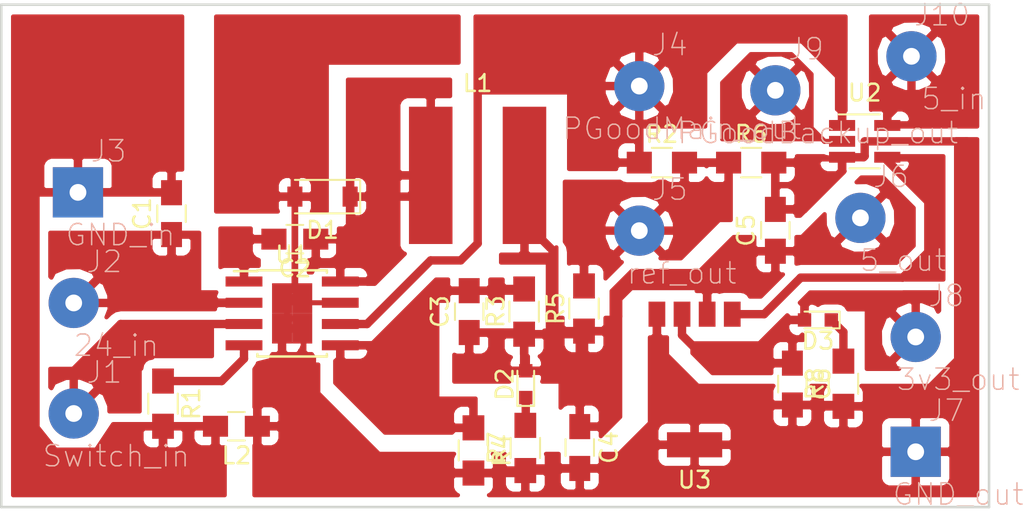
<source format=kicad_pcb>
(kicad_pcb (version 4) (host pcbnew 4.0.4-stable)

  (general
    (links 53)
    (no_connects 0)
    (area 79.924999 33.43675 141.340953 64.55645)
    (thickness 1.6)
    (drawings 4)
    (tracks 163)
    (zones 0)
    (modules 32)
    (nets 18)
  )

  (page A4)
  (layers
    (0 F.Cu signal)
    (31 B.Cu signal)
    (32 B.Adhes user)
    (33 F.Adhes user)
    (34 B.Paste user)
    (35 F.Paste user)
    (36 B.SilkS user)
    (37 F.SilkS user)
    (38 B.Mask user)
    (39 F.Mask user)
    (40 Dwgs.User user)
    (41 Cmts.User user)
    (42 Eco1.User user)
    (43 Eco2.User user)
    (44 Edge.Cuts user)
    (45 Margin user)
    (46 B.CrtYd user)
    (47 F.CrtYd user)
    (48 B.Fab user)
    (49 F.Fab user)
  )

  (setup
    (last_trace_width 0.25)
    (trace_clearance 0.25)
    (zone_clearance 0.508)
    (zone_45_only no)
    (trace_min 0.25)
    (segment_width 0.2)
    (edge_width 0.15)
    (via_size 1.4)
    (via_drill 1)
    (via_min_size 0.4)
    (via_min_drill 0.3)
    (uvia_size 0.3)
    (uvia_drill 0.1)
    (uvias_allowed no)
    (uvia_min_size 0.2)
    (uvia_min_drill 0.1)
    (pcb_text_width 0.3)
    (pcb_text_size 1.5 1.5)
    (mod_edge_width 0.15)
    (mod_text_size 1 1)
    (mod_text_width 0.15)
    (pad_size 1.524 1.524)
    (pad_drill 0.762)
    (pad_to_mask_clearance 0.2)
    (aux_axis_origin 0 0)
    (visible_elements 7FFFFFFF)
    (pcbplotparams
      (layerselection 0x01000_80000001)
      (usegerberextensions true)
      (excludeedgelayer true)
      (linewidth 0.100000)
      (plotframeref false)
      (viasonmask false)
      (mode 1)
      (useauxorigin false)
      (hpglpennumber 1)
      (hpglpenspeed 20)
      (hpglpendiameter 15)
      (hpglpenoverlay 2)
      (psnegative false)
      (psa4output false)
      (plotreference true)
      (plotvalue true)
      (plotinvisibletext false)
      (padsonsilk false)
      (subtractmaskfromsilk false)
      (outputformat 1)
      (mirror false)
      (drillshape 0)
      (scaleselection 1)
      (outputdirectory Gerber/))
  )

  (net 0 "")
  (net 1 /V24)
  (net 2 /GND24)
  (net 3 "Net-(C2-Pad1)")
  (net 4 "Net-(C2-Pad2)")
  (net 5 /V5_MAIN)
  (net 6 "Net-(C3-Pad2)")
  (net 7 "Net-(D2-Pad1)")
  (net 8 "Net-(R1-Pad1)")
  (net 9 /PG_v5_main)
  (net 10 /P_ref_buc)
  (net 11 /Switch_on)
  (net 12 GND)
  (net 13 /3V3_out)
  (net 14 "Net-(D3-Pad1)")
  (net 15 /PG_v5_backup)
  (net 16 VCC)
  (net 17 /v5_good)

  (net_class Default "This is the default net class."
    (clearance 0.25)
    (trace_width 0.25)
    (via_dia 1.4)
    (via_drill 1)
    (uvia_dia 0.3)
    (uvia_drill 0.1)
    (add_net /3V3_out)
    (add_net /GND24)
    (add_net /PG_v5_backup)
    (add_net /PG_v5_main)
    (add_net /P_ref_buc)
    (add_net /Switch_on)
    (add_net /V24)
    (add_net /V5_MAIN)
    (add_net /v5_good)
    (add_net GND)
    (add_net "Net-(C2-Pad1)")
    (add_net "Net-(C2-Pad2)")
    (add_net "Net-(C3-Pad2)")
    (add_net "Net-(D2-Pad1)")
    (add_net "Net-(D3-Pad1)")
    (add_net "Net-(R1-Pad1)")
    (add_net VCC)
  )

  (module LEDs:LED_0603 (layer F.Cu) (tedit 57FE93A5) (tstamp 5921CD2E)
    (at 111.3282 56.6674 90)
    (descr "LED 0603 smd package")
    (tags "LED led 0603 SMD smd SMT smt smdled SMDLED smtled SMTLED")
    (path /5921D4DC)
    (attr smd)
    (fp_text reference D2 (at 0 -1.25 90) (layer F.SilkS)
      (effects (font (size 1 1) (thickness 0.15)))
    )
    (fp_text value BLUE_LED (at 0 1.35 90) (layer F.Fab)
      (effects (font (size 1 1) (thickness 0.15)))
    )
    (fp_line (start -1.3 -0.5) (end -1.3 0.5) (layer F.SilkS) (width 0.12))
    (fp_line (start -0.2 -0.2) (end -0.2 0.2) (layer F.Fab) (width 0.1))
    (fp_line (start -0.15 0) (end 0.15 -0.2) (layer F.Fab) (width 0.1))
    (fp_line (start 0.15 0.2) (end -0.15 0) (layer F.Fab) (width 0.1))
    (fp_line (start 0.15 -0.2) (end 0.15 0.2) (layer F.Fab) (width 0.1))
    (fp_line (start 0.8 0.4) (end -0.8 0.4) (layer F.Fab) (width 0.1))
    (fp_line (start 0.8 -0.4) (end 0.8 0.4) (layer F.Fab) (width 0.1))
    (fp_line (start -0.8 -0.4) (end 0.8 -0.4) (layer F.Fab) (width 0.1))
    (fp_line (start -0.8 0.4) (end -0.8 -0.4) (layer F.Fab) (width 0.1))
    (fp_line (start -1.3 0.5) (end 0.8 0.5) (layer F.SilkS) (width 0.12))
    (fp_line (start -1.3 -0.5) (end 0.8 -0.5) (layer F.SilkS) (width 0.12))
    (fp_line (start 1.45 -0.65) (end 1.45 0.65) (layer F.CrtYd) (width 0.05))
    (fp_line (start 1.45 0.65) (end -1.45 0.65) (layer F.CrtYd) (width 0.05))
    (fp_line (start -1.45 0.65) (end -1.45 -0.65) (layer F.CrtYd) (width 0.05))
    (fp_line (start -1.45 -0.65) (end 1.45 -0.65) (layer F.CrtYd) (width 0.05))
    (pad 2 smd rect (at 0.8 0 270) (size 0.8 0.8) (layers F.Cu F.Paste F.Mask)
      (net 5 /V5_MAIN))
    (pad 1 smd rect (at -0.8 0 270) (size 0.8 0.8) (layers F.Cu F.Paste F.Mask)
      (net 7 "Net-(D2-Pad1)"))
    (model LEDs.3dshapes/LED_0603.wrl
      (at (xyz 0 0 0))
      (scale (xyz 1 1 1))
      (rotate (xyz 0 0 180))
    )
  )

  (module Bourns:Bourns-8040 (layer F.Cu) (tedit 58795D83) (tstamp 5921CD34)
    (at 108.452 44.196)
    (path /5921D4C2)
    (fp_text reference L1 (at 0 -5.5) (layer F.SilkS)
      (effects (font (size 1 1) (thickness 0.15)))
    )
    (fp_text value 15uH (at 0 5.5) (layer F.Fab)
      (effects (font (size 1 1) (thickness 0.15)))
    )
    (pad 1 smd rect (at 2.8 0) (size 2.6 8.2) (layers F.Cu F.Paste F.Mask)
      (net 5 /V5_MAIN))
    (pad 2 smd rect (at -2.8 0) (size 2.6 8.2) (layers F.Cu F.Paste F.Mask)
      (net 3 "Net-(C2-Pad1)"))
  )

  (module Diodes_SMD:D_SOD-123 (layer F.Cu) (tedit 58645DC7) (tstamp 5921CDA6)
    (at 99.188 45.466 180)
    (descr SOD-123)
    (tags SOD-123)
    (path /5921D4CC)
    (attr smd)
    (fp_text reference D1 (at 0 -2 180) (layer F.SilkS)
      (effects (font (size 1 1) (thickness 0.15)))
    )
    (fp_text value 0.55V (at 0 2.1 180) (layer F.Fab)
      (effects (font (size 1 1) (thickness 0.15)))
    )
    (fp_line (start -2.25 -1) (end -2.25 1) (layer F.SilkS) (width 0.12))
    (fp_line (start 0.25 0) (end 0.75 0) (layer F.Fab) (width 0.1))
    (fp_line (start 0.25 0.4) (end -0.35 0) (layer F.Fab) (width 0.1))
    (fp_line (start 0.25 -0.4) (end 0.25 0.4) (layer F.Fab) (width 0.1))
    (fp_line (start -0.35 0) (end 0.25 -0.4) (layer F.Fab) (width 0.1))
    (fp_line (start -0.35 0) (end -0.35 0.55) (layer F.Fab) (width 0.1))
    (fp_line (start -0.35 0) (end -0.35 -0.55) (layer F.Fab) (width 0.1))
    (fp_line (start -0.75 0) (end -0.35 0) (layer F.Fab) (width 0.1))
    (fp_line (start -1.4 0.9) (end -1.4 -0.9) (layer F.Fab) (width 0.1))
    (fp_line (start 1.4 0.9) (end -1.4 0.9) (layer F.Fab) (width 0.1))
    (fp_line (start 1.4 -0.9) (end 1.4 0.9) (layer F.Fab) (width 0.1))
    (fp_line (start -1.4 -0.9) (end 1.4 -0.9) (layer F.Fab) (width 0.1))
    (fp_line (start -2.35 -1.15) (end 2.35 -1.15) (layer F.CrtYd) (width 0.05))
    (fp_line (start 2.35 -1.15) (end 2.35 1.15) (layer F.CrtYd) (width 0.05))
    (fp_line (start 2.35 1.15) (end -2.35 1.15) (layer F.CrtYd) (width 0.05))
    (fp_line (start -2.35 -1.15) (end -2.35 1.15) (layer F.CrtYd) (width 0.05))
    (fp_line (start -2.25 1) (end 1.65 1) (layer F.SilkS) (width 0.12))
    (fp_line (start -2.25 -1) (end 1.65 -1) (layer F.SilkS) (width 0.12))
    (pad 1 smd rect (at -1.65 0 180) (size 0.9 1.2) (layers F.Cu F.Paste F.Mask)
      (net 3 "Net-(C2-Pad1)"))
    (pad 2 smd rect (at 1.65 0 180) (size 0.9 1.2) (layers F.Cu F.Paste F.Mask)
      (net 12 GND))
    (model ${KISYS3DMOD}/Diodes_SMD.3dshapes/D_SOD-123.wrl
      (at (xyz 0 0 0))
      (scale (xyz 1 1 1))
      (rotate (xyz 0 0 0))
    )
  )

  (module LEDs:LED_0603 (layer F.Cu) (tedit 57FE93A5) (tstamp 592307B5)
    (at 128.778 52.832 180)
    (descr "LED 0603 smd package")
    (tags "LED led 0603 SMD smd SMT smt smdled SMDLED smtled SMTLED")
    (path /59235EB5)
    (attr smd)
    (fp_text reference D3 (at 0 -1.25 180) (layer F.SilkS)
      (effects (font (size 1 1) (thickness 0.15)))
    )
    (fp_text value GRN_LED (at 0 1.35 180) (layer F.Fab)
      (effects (font (size 1 1) (thickness 0.15)))
    )
    (fp_line (start -1.3 -0.5) (end -1.3 0.5) (layer F.SilkS) (width 0.12))
    (fp_line (start -0.2 -0.2) (end -0.2 0.2) (layer F.Fab) (width 0.1))
    (fp_line (start -0.15 0) (end 0.15 -0.2) (layer F.Fab) (width 0.1))
    (fp_line (start 0.15 0.2) (end -0.15 0) (layer F.Fab) (width 0.1))
    (fp_line (start 0.15 -0.2) (end 0.15 0.2) (layer F.Fab) (width 0.1))
    (fp_line (start 0.8 0.4) (end -0.8 0.4) (layer F.Fab) (width 0.1))
    (fp_line (start 0.8 -0.4) (end 0.8 0.4) (layer F.Fab) (width 0.1))
    (fp_line (start -0.8 -0.4) (end 0.8 -0.4) (layer F.Fab) (width 0.1))
    (fp_line (start -0.8 0.4) (end -0.8 -0.4) (layer F.Fab) (width 0.1))
    (fp_line (start -1.3 0.5) (end 0.8 0.5) (layer F.SilkS) (width 0.12))
    (fp_line (start -1.3 -0.5) (end 0.8 -0.5) (layer F.SilkS) (width 0.12))
    (fp_line (start 1.45 -0.65) (end 1.45 0.65) (layer F.CrtYd) (width 0.05))
    (fp_line (start 1.45 0.65) (end -1.45 0.65) (layer F.CrtYd) (width 0.05))
    (fp_line (start -1.45 0.65) (end -1.45 -0.65) (layer F.CrtYd) (width 0.05))
    (fp_line (start -1.45 -0.65) (end 1.45 -0.65) (layer F.CrtYd) (width 0.05))
    (pad 2 smd rect (at 0.8 0) (size 0.8 0.8) (layers F.Cu F.Paste F.Mask)
      (net 13 /3V3_out))
    (pad 1 smd rect (at -0.8 0) (size 0.8 0.8) (layers F.Cu F.Paste F.Mask)
      (net 14 "Net-(D3-Pad1)"))
    (model LEDs.3dshapes/LED_0603.wrl
      (at (xyz 0 0 0))
      (scale (xyz 1 1 1))
      (rotate (xyz 0 0 180))
    )
  )

  (module SOT-223:SOT-223 (layer F.Cu) (tedit 5876E463) (tstamp 592307D7)
    (at 121.412 56.388 180)
    (path /59235EC4)
    (fp_text reference U3 (at 0 -6 180) (layer F.SilkS)
      (effects (font (size 1 1) (thickness 0.15)))
    )
    (fp_text value LP3852-3.3 (at 0 6 180) (layer F.Fab)
      (effects (font (size 1 1) (thickness 0.15)))
    )
    (pad 1 smd rect (at -2.25 3.9 180) (size 1 1.5) (layers F.Cu F.Paste F.Mask)
      (net 17 /v5_good))
    (pad 2 smd rect (at -0.75 3.9 180) (size 1 1.5) (layers F.Cu F.Paste F.Mask)
      (net 5 /V5_MAIN))
    (pad 3 smd rect (at 0.75 3.9 180) (size 1 1.5) (layers F.Cu F.Paste F.Mask)
      (net 13 /3V3_out))
    (pad 4 smd rect (at 2.25 3.9 180) (size 1 1.5) (layers F.Cu F.Paste F.Mask)
      (net 12 GND))
    (pad 5 smd rect (at 0 -3.9 180) (size 3.3 1.5) (layers F.Cu F.Paste F.Mask)
      (net 12 GND))
  )

  (module Capacitors_SMD:C_0805_HandSoldering (layer F.Cu) (tedit 58AA84A8) (tstamp 592601EC)
    (at 90.17 46.482 90)
    (descr "Capacitor SMD 0805, hand soldering")
    (tags "capacitor 0805")
    (path /5921D48B)
    (attr smd)
    (fp_text reference C1 (at 0 -1.75 90) (layer F.SilkS)
      (effects (font (size 1 1) (thickness 0.15)))
    )
    (fp_text value 2.2uF (at 0 1.75 90) (layer F.Fab)
      (effects (font (size 1 1) (thickness 0.15)))
    )
    (fp_text user %R (at 0 -1.75 90) (layer F.Fab)
      (effects (font (size 1 1) (thickness 0.15)))
    )
    (fp_line (start -1 0.62) (end -1 -0.62) (layer F.Fab) (width 0.1))
    (fp_line (start 1 0.62) (end -1 0.62) (layer F.Fab) (width 0.1))
    (fp_line (start 1 -0.62) (end 1 0.62) (layer F.Fab) (width 0.1))
    (fp_line (start -1 -0.62) (end 1 -0.62) (layer F.Fab) (width 0.1))
    (fp_line (start 0.5 -0.85) (end -0.5 -0.85) (layer F.SilkS) (width 0.12))
    (fp_line (start -0.5 0.85) (end 0.5 0.85) (layer F.SilkS) (width 0.12))
    (fp_line (start -2.25 -0.88) (end 2.25 -0.88) (layer F.CrtYd) (width 0.05))
    (fp_line (start -2.25 -0.88) (end -2.25 0.87) (layer F.CrtYd) (width 0.05))
    (fp_line (start 2.25 0.87) (end 2.25 -0.88) (layer F.CrtYd) (width 0.05))
    (fp_line (start 2.25 0.87) (end -2.25 0.87) (layer F.CrtYd) (width 0.05))
    (pad 1 smd rect (at -1.25 0 90) (size 1.5 1.25) (layers F.Cu F.Paste F.Mask)
      (net 1 /V24))
    (pad 2 smd rect (at 1.25 0 90) (size 1.5 1.25) (layers F.Cu F.Paste F.Mask)
      (net 2 /GND24))
    (model Capacitors_SMD.3dshapes/C_0805.wrl
      (at (xyz 0 0 0))
      (scale (xyz 1 1 1))
      (rotate (xyz 0 0 0))
    )
  )

  (module Capacitors_SMD:C_0805_HandSoldering (layer F.Cu) (tedit 58AA84A8) (tstamp 592601F1)
    (at 97.536 48.006 180)
    (descr "Capacitor SMD 0805, hand soldering")
    (tags "capacitor 0805")
    (path /5921D49E)
    (attr smd)
    (fp_text reference C2 (at 0 -1.75 180) (layer F.SilkS)
      (effects (font (size 1 1) (thickness 0.15)))
    )
    (fp_text value 100nF (at 0 1.75 180) (layer F.Fab)
      (effects (font (size 1 1) (thickness 0.15)))
    )
    (fp_text user %R (at 0 -1.75 180) (layer F.Fab)
      (effects (font (size 1 1) (thickness 0.15)))
    )
    (fp_line (start -1 0.62) (end -1 -0.62) (layer F.Fab) (width 0.1))
    (fp_line (start 1 0.62) (end -1 0.62) (layer F.Fab) (width 0.1))
    (fp_line (start 1 -0.62) (end 1 0.62) (layer F.Fab) (width 0.1))
    (fp_line (start -1 -0.62) (end 1 -0.62) (layer F.Fab) (width 0.1))
    (fp_line (start 0.5 -0.85) (end -0.5 -0.85) (layer F.SilkS) (width 0.12))
    (fp_line (start -0.5 0.85) (end 0.5 0.85) (layer F.SilkS) (width 0.12))
    (fp_line (start -2.25 -0.88) (end 2.25 -0.88) (layer F.CrtYd) (width 0.05))
    (fp_line (start -2.25 -0.88) (end -2.25 0.87) (layer F.CrtYd) (width 0.05))
    (fp_line (start 2.25 0.87) (end 2.25 -0.88) (layer F.CrtYd) (width 0.05))
    (fp_line (start 2.25 0.87) (end -2.25 0.87) (layer F.CrtYd) (width 0.05))
    (pad 1 smd rect (at -1.25 0 180) (size 1.5 1.25) (layers F.Cu F.Paste F.Mask)
      (net 3 "Net-(C2-Pad1)"))
    (pad 2 smd rect (at 1.25 0 180) (size 1.5 1.25) (layers F.Cu F.Paste F.Mask)
      (net 4 "Net-(C2-Pad2)"))
    (model Capacitors_SMD.3dshapes/C_0805.wrl
      (at (xyz 0 0 0))
      (scale (xyz 1 1 1))
      (rotate (xyz 0 0 0))
    )
  )

  (module Capacitors_SMD:C_0805_HandSoldering (layer F.Cu) (tedit 58AA84A8) (tstamp 592601F6)
    (at 107.95 52.33348 90)
    (descr "Capacitor SMD 0805, hand soldering")
    (tags "capacitor 0805")
    (path /5921D482)
    (attr smd)
    (fp_text reference C3 (at 0 -1.75 90) (layer F.SilkS)
      (effects (font (size 1 1) (thickness 0.15)))
    )
    (fp_text value 27pF (at 0 1.75 90) (layer F.Fab)
      (effects (font (size 1 1) (thickness 0.15)))
    )
    (fp_text user %R (at 0 -1.75 90) (layer F.Fab)
      (effects (font (size 1 1) (thickness 0.15)))
    )
    (fp_line (start -1 0.62) (end -1 -0.62) (layer F.Fab) (width 0.1))
    (fp_line (start 1 0.62) (end -1 0.62) (layer F.Fab) (width 0.1))
    (fp_line (start 1 -0.62) (end 1 0.62) (layer F.Fab) (width 0.1))
    (fp_line (start -1 -0.62) (end 1 -0.62) (layer F.Fab) (width 0.1))
    (fp_line (start 0.5 -0.85) (end -0.5 -0.85) (layer F.SilkS) (width 0.12))
    (fp_line (start -0.5 0.85) (end 0.5 0.85) (layer F.SilkS) (width 0.12))
    (fp_line (start -2.25 -0.88) (end 2.25 -0.88) (layer F.CrtYd) (width 0.05))
    (fp_line (start -2.25 -0.88) (end -2.25 0.87) (layer F.CrtYd) (width 0.05))
    (fp_line (start 2.25 0.87) (end 2.25 -0.88) (layer F.CrtYd) (width 0.05))
    (fp_line (start 2.25 0.87) (end -2.25 0.87) (layer F.CrtYd) (width 0.05))
    (pad 1 smd rect (at -1.25 0 90) (size 1.5 1.25) (layers F.Cu F.Paste F.Mask)
      (net 5 /V5_MAIN))
    (pad 2 smd rect (at 1.25 0 90) (size 1.5 1.25) (layers F.Cu F.Paste F.Mask)
      (net 6 "Net-(C3-Pad2)"))
    (model Capacitors_SMD.3dshapes/C_0805.wrl
      (at (xyz 0 0 0))
      (scale (xyz 1 1 1))
      (rotate (xyz 0 0 0))
    )
  )

  (module Capacitors_SMD:C_0805_HandSoldering (layer F.Cu) (tedit 58AA84A8) (tstamp 592601FB)
    (at 114.554 60.452 270)
    (descr "Capacitor SMD 0805, hand soldering")
    (tags "capacitor 0805")
    (path /5921D4B9)
    (attr smd)
    (fp_text reference C4 (at 0 -1.75 270) (layer F.SilkS)
      (effects (font (size 1 1) (thickness 0.15)))
    )
    (fp_text value 33uF (at 0 1.75 270) (layer F.Fab)
      (effects (font (size 1 1) (thickness 0.15)))
    )
    (fp_text user %R (at 0 -1.75 270) (layer F.Fab)
      (effects (font (size 1 1) (thickness 0.15)))
    )
    (fp_line (start -1 0.62) (end -1 -0.62) (layer F.Fab) (width 0.1))
    (fp_line (start 1 0.62) (end -1 0.62) (layer F.Fab) (width 0.1))
    (fp_line (start 1 -0.62) (end 1 0.62) (layer F.Fab) (width 0.1))
    (fp_line (start -1 -0.62) (end 1 -0.62) (layer F.Fab) (width 0.1))
    (fp_line (start 0.5 -0.85) (end -0.5 -0.85) (layer F.SilkS) (width 0.12))
    (fp_line (start -0.5 0.85) (end 0.5 0.85) (layer F.SilkS) (width 0.12))
    (fp_line (start -2.25 -0.88) (end 2.25 -0.88) (layer F.CrtYd) (width 0.05))
    (fp_line (start -2.25 -0.88) (end -2.25 0.87) (layer F.CrtYd) (width 0.05))
    (fp_line (start 2.25 0.87) (end 2.25 -0.88) (layer F.CrtYd) (width 0.05))
    (fp_line (start 2.25 0.87) (end -2.25 0.87) (layer F.CrtYd) (width 0.05))
    (pad 1 smd rect (at -1.25 0 270) (size 1.5 1.25) (layers F.Cu F.Paste F.Mask)
      (net 5 /V5_MAIN))
    (pad 2 smd rect (at 1.25 0 270) (size 1.5 1.25) (layers F.Cu F.Paste F.Mask)
      (net 12 GND))
    (model Capacitors_SMD.3dshapes/C_0805.wrl
      (at (xyz 0 0 0))
      (scale (xyz 1 1 1))
      (rotate (xyz 0 0 0))
    )
  )

  (module Capacitors_SMD:C_0805_HandSoldering (layer F.Cu) (tedit 58AA84A8) (tstamp 59260200)
    (at 126.238 47.478 90)
    (descr "Capacitor SMD 0805, hand soldering")
    (tags "capacitor 0805")
    (path /59235ECD)
    (attr smd)
    (fp_text reference C5 (at 0 -1.75 90) (layer F.SilkS)
      (effects (font (size 1 1) (thickness 0.15)))
    )
    (fp_text value 22uF (at 0 1.75 90) (layer F.Fab)
      (effects (font (size 1 1) (thickness 0.15)))
    )
    (fp_text user %R (at 0 -1.75 90) (layer F.Fab)
      (effects (font (size 1 1) (thickness 0.15)))
    )
    (fp_line (start -1 0.62) (end -1 -0.62) (layer F.Fab) (width 0.1))
    (fp_line (start 1 0.62) (end -1 0.62) (layer F.Fab) (width 0.1))
    (fp_line (start 1 -0.62) (end 1 0.62) (layer F.Fab) (width 0.1))
    (fp_line (start -1 -0.62) (end 1 -0.62) (layer F.Fab) (width 0.1))
    (fp_line (start 0.5 -0.85) (end -0.5 -0.85) (layer F.SilkS) (width 0.12))
    (fp_line (start -0.5 0.85) (end 0.5 0.85) (layer F.SilkS) (width 0.12))
    (fp_line (start -2.25 -0.88) (end 2.25 -0.88) (layer F.CrtYd) (width 0.05))
    (fp_line (start -2.25 -0.88) (end -2.25 0.87) (layer F.CrtYd) (width 0.05))
    (fp_line (start 2.25 0.87) (end 2.25 -0.88) (layer F.CrtYd) (width 0.05))
    (fp_line (start 2.25 0.87) (end -2.25 0.87) (layer F.CrtYd) (width 0.05))
    (pad 1 smd rect (at -1.25 0 90) (size 1.5 1.25) (layers F.Cu F.Paste F.Mask)
      (net 5 /V5_MAIN))
    (pad 2 smd rect (at 1.25 0 90) (size 1.5 1.25) (layers F.Cu F.Paste F.Mask)
      (net 12 GND))
    (model Capacitors_SMD.3dshapes/C_0805.wrl
      (at (xyz 0 0 0))
      (scale (xyz 1 1 1))
      (rotate (xyz 0 0 0))
    )
  )

  (module Capacitors_SMD:C_0805_HandSoldering (layer F.Cu) (tedit 58AA84A8) (tstamp 59260205)
    (at 127.254 56.662 270)
    (descr "Capacitor SMD 0805, hand soldering")
    (tags "capacitor 0805")
    (path /59235ED4)
    (attr smd)
    (fp_text reference C6 (at 0 -1.75 270) (layer F.SilkS)
      (effects (font (size 1 1) (thickness 0.15)))
    )
    (fp_text value 22uF (at 0 1.75 270) (layer F.Fab)
      (effects (font (size 1 1) (thickness 0.15)))
    )
    (fp_text user %R (at 0 -1.75 270) (layer F.Fab)
      (effects (font (size 1 1) (thickness 0.15)))
    )
    (fp_line (start -1 0.62) (end -1 -0.62) (layer F.Fab) (width 0.1))
    (fp_line (start 1 0.62) (end -1 0.62) (layer F.Fab) (width 0.1))
    (fp_line (start 1 -0.62) (end 1 0.62) (layer F.Fab) (width 0.1))
    (fp_line (start -1 -0.62) (end 1 -0.62) (layer F.Fab) (width 0.1))
    (fp_line (start 0.5 -0.85) (end -0.5 -0.85) (layer F.SilkS) (width 0.12))
    (fp_line (start -0.5 0.85) (end 0.5 0.85) (layer F.SilkS) (width 0.12))
    (fp_line (start -2.25 -0.88) (end 2.25 -0.88) (layer F.CrtYd) (width 0.05))
    (fp_line (start -2.25 -0.88) (end -2.25 0.87) (layer F.CrtYd) (width 0.05))
    (fp_line (start 2.25 0.87) (end 2.25 -0.88) (layer F.CrtYd) (width 0.05))
    (fp_line (start 2.25 0.87) (end -2.25 0.87) (layer F.CrtYd) (width 0.05))
    (pad 1 smd rect (at -1.25 0 270) (size 1.5 1.25) (layers F.Cu F.Paste F.Mask)
      (net 13 /3V3_out))
    (pad 2 smd rect (at 1.25 0 270) (size 1.5 1.25) (layers F.Cu F.Paste F.Mask)
      (net 12 GND))
    (model Capacitors_SMD.3dshapes/C_0805.wrl
      (at (xyz 0 0 0))
      (scale (xyz 1 1 1))
      (rotate (xyz 0 0 0))
    )
  )

  (module pinheaders:pinhead-01x01_3x1 (layer F.Cu) (tedit 5924AFBB) (tstamp 5926020A)
    (at 84.328 58.42)
    (descr "PIN HEADER")
    (tags "PIN HEADER")
    (path /5921E4C9)
    (attr virtual)
    (fp_text reference J1 (at 1.8288 -2.4638) (layer B.SilkS)
      (effects (font (size 1.27 1.27) (thickness 0.0889)))
    )
    (fp_text value Switch_in (at 2.54 2.54) (layer B.SilkS)
      (effects (font (size 1.27 1.27) (thickness 0.0889)))
    )
    (pad 1 thru_hole circle (at 0 0) (size 3 3) (drill 1) (layers *.Cu *.Mask)
      (net 11 /Switch_on))
  )

  (module pinheaders:pinhead-01x01_3x1 (layer F.Cu) (tedit 5924AFBB) (tstamp 5926020E)
    (at 84.328 51.816)
    (descr "PIN HEADER")
    (tags "PIN HEADER")
    (path /5921D2BF)
    (attr virtual)
    (fp_text reference J2 (at 1.8288 -2.4638) (layer B.SilkS)
      (effects (font (size 1.27 1.27) (thickness 0.0889)))
    )
    (fp_text value 24_in (at 2.54 2.54) (layer B.SilkS)
      (effects (font (size 1.27 1.27) (thickness 0.0889)))
    )
    (pad 1 thru_hole circle (at 0 0) (size 3 3) (drill 1) (layers *.Cu *.Mask)
      (net 1 /V24))
  )

  (module pinheaders:pinhead-01x01_3x1_square (layer F.Cu) (tedit 5924B01A) (tstamp 59260212)
    (at 84.582 45.212)
    (descr "PIN HEADER")
    (tags "PIN HEADER")
    (path /5921D5CA)
    (attr virtual)
    (fp_text reference J3 (at 1.8288 -2.4638) (layer B.SilkS)
      (effects (font (size 1.27 1.27) (thickness 0.0889)))
    )
    (fp_text value GND_in (at 2.54 2.54) (layer B.SilkS)
      (effects (font (size 1.27 1.27) (thickness 0.0889)))
    )
    (pad 1 thru_hole rect (at 0 0) (size 3 3) (drill 1) (layers *.Cu *.Mask)
      (net 2 /GND24))
  )

  (module pinheaders:pinhead-01x01_3x1 (layer F.Cu) (tedit 5924AFBB) (tstamp 59260216)
    (at 118.11 38.862)
    (descr "PIN HEADER")
    (tags "PIN HEADER")
    (path /5921D7AB)
    (attr virtual)
    (fp_text reference J4 (at 1.8288 -2.4638) (layer B.SilkS)
      (effects (font (size 1.27 1.27) (thickness 0.0889)))
    )
    (fp_text value PGoodMain_out (at 2.54 2.54) (layer B.SilkS)
      (effects (font (size 1.27 1.27) (thickness 0.0889)))
    )
    (pad 1 thru_hole circle (at 0 0) (size 3 3) (drill 1) (layers *.Cu *.Mask)
      (net 9 /PG_v5_main))
  )

  (module pinheaders:pinhead-01x01_3x1 (layer F.Cu) (tedit 5924AFBB) (tstamp 5926021A)
    (at 118.11 47.498)
    (descr "PIN HEADER")
    (tags "PIN HEADER")
    (path /5921E339)
    (attr virtual)
    (fp_text reference J5 (at 1.8288 -2.4638) (layer B.SilkS)
      (effects (font (size 1.27 1.27) (thickness 0.0889)))
    )
    (fp_text value ref_out (at 2.54 2.54) (layer B.SilkS)
      (effects (font (size 1.27 1.27) (thickness 0.0889)))
    )
    (pad 1 thru_hole circle (at 0 0) (size 3 3) (drill 1) (layers *.Cu *.Mask)
      (net 10 /P_ref_buc))
  )

  (module pinheaders:pinhead-01x01_3x1 (layer F.Cu) (tedit 5924AFBB) (tstamp 5926021E)
    (at 131.318 46.736)
    (descr "PIN HEADER")
    (tags "PIN HEADER")
    (path /5921DF5F)
    (attr virtual)
    (fp_text reference J6 (at 1.8288 -2.4638) (layer B.SilkS)
      (effects (font (size 1.27 1.27) (thickness 0.0889)))
    )
    (fp_text value 5_out (at 2.54 2.54) (layer B.SilkS)
      (effects (font (size 1.27 1.27) (thickness 0.0889)))
    )
    (pad 1 thru_hole circle (at 0 0) (size 3 3) (drill 1) (layers *.Cu *.Mask)
      (net 5 /V5_MAIN))
  )

  (module pinheaders:pinhead-01x01_3x1_square (layer F.Cu) (tedit 5924B01A) (tstamp 59260222)
    (at 134.62 60.706)
    (descr "PIN HEADER")
    (tags "PIN HEADER")
    (path /5921E0F9)
    (attr virtual)
    (fp_text reference J7 (at 1.8288 -2.4638) (layer B.SilkS)
      (effects (font (size 1.27 1.27) (thickness 0.0889)))
    )
    (fp_text value GND_out (at 2.54 2.54) (layer B.SilkS)
      (effects (font (size 1.27 1.27) (thickness 0.0889)))
    )
    (pad 1 thru_hole rect (at 0 0) (size 3 3) (drill 1) (layers *.Cu *.Mask)
      (net 12 GND))
  )

  (module pinheaders:pinhead-01x01_3x1 (layer F.Cu) (tedit 5924AFBB) (tstamp 59260226)
    (at 134.62 53.848)
    (descr "PIN HEADER")
    (tags "PIN HEADER")
    (path /59236FA2)
    (attr virtual)
    (fp_text reference J8 (at 1.8288 -2.4638) (layer B.SilkS)
      (effects (font (size 1.27 1.27) (thickness 0.0889)))
    )
    (fp_text value 3v3_out (at 2.54 2.54) (layer B.SilkS)
      (effects (font (size 1.27 1.27) (thickness 0.0889)))
    )
    (pad 1 thru_hole circle (at 0 0) (size 3 3) (drill 1) (layers *.Cu *.Mask)
      (net 13 /3V3_out))
  )

  (module pinheaders:pinhead-01x01_3x1 (layer F.Cu) (tedit 5924AFBB) (tstamp 5926022A)
    (at 126.238 39.116)
    (descr "PIN HEADER")
    (tags "PIN HEADER")
    (path /592365BC)
    (attr virtual)
    (fp_text reference J9 (at 1.8288 -2.4638) (layer B.SilkS)
      (effects (font (size 1.27 1.27) (thickness 0.0889)))
    )
    (fp_text value PGoodBackup_out (at 2.54 2.54) (layer B.SilkS)
      (effects (font (size 1.27 1.27) (thickness 0.0889)))
    )
    (pad 1 thru_hole circle (at 0 0) (size 3 3) (drill 1) (layers *.Cu *.Mask)
      (net 15 /PG_v5_backup))
  )

  (module Capacitors_SMD:C_0805_HandSoldering (layer F.Cu) (tedit 58AA84A8) (tstamp 5926022E)
    (at 94.046 59.182 180)
    (descr "Capacitor SMD 0805, hand soldering")
    (tags "capacitor 0805")
    (path /592281B4)
    (attr smd)
    (fp_text reference L2 (at 0 -1.75 180) (layer F.SilkS)
      (effects (font (size 1 1) (thickness 0.15)))
    )
    (fp_text value Ferrite_Bead_Small (at 0 1.75 180) (layer F.Fab)
      (effects (font (size 1 1) (thickness 0.15)))
    )
    (fp_text user %R (at 0 -1.75 180) (layer F.Fab)
      (effects (font (size 1 1) (thickness 0.15)))
    )
    (fp_line (start -1 0.62) (end -1 -0.62) (layer F.Fab) (width 0.1))
    (fp_line (start 1 0.62) (end -1 0.62) (layer F.Fab) (width 0.1))
    (fp_line (start 1 -0.62) (end 1 0.62) (layer F.Fab) (width 0.1))
    (fp_line (start -1 -0.62) (end 1 -0.62) (layer F.Fab) (width 0.1))
    (fp_line (start 0.5 -0.85) (end -0.5 -0.85) (layer F.SilkS) (width 0.12))
    (fp_line (start -0.5 0.85) (end 0.5 0.85) (layer F.SilkS) (width 0.12))
    (fp_line (start -2.25 -0.88) (end 2.25 -0.88) (layer F.CrtYd) (width 0.05))
    (fp_line (start -2.25 -0.88) (end -2.25 0.87) (layer F.CrtYd) (width 0.05))
    (fp_line (start 2.25 0.87) (end 2.25 -0.88) (layer F.CrtYd) (width 0.05))
    (fp_line (start 2.25 0.87) (end -2.25 0.87) (layer F.CrtYd) (width 0.05))
    (pad 1 smd rect (at -1.25 0 180) (size 1.5 1.25) (layers F.Cu F.Paste F.Mask)
      (net 12 GND))
    (pad 2 smd rect (at 1.25 0 180) (size 1.5 1.25) (layers F.Cu F.Paste F.Mask)
      (net 2 /GND24))
    (model Capacitors_SMD.3dshapes/C_0805.wrl
      (at (xyz 0 0 0))
      (scale (xyz 1 1 1))
      (rotate (xyz 0 0 0))
    )
  )

  (module Resistors_SMD:R_0805_HandSoldering (layer F.Cu) (tedit 58AADA1D) (tstamp 59260233)
    (at 89.662 57.832 270)
    (descr "Resistor SMD 0805, hand soldering")
    (tags "resistor 0805")
    (path /5921D494)
    (attr smd)
    (fp_text reference R1 (at 0 -1.7 270) (layer F.SilkS)
      (effects (font (size 1 1) (thickness 0.15)))
    )
    (fp_text value 45.3K (at 0 1.75 270) (layer F.Fab)
      (effects (font (size 1 1) (thickness 0.15)))
    )
    (fp_text user %R (at 0 -1.7 270) (layer F.Fab)
      (effects (font (size 1 1) (thickness 0.15)))
    )
    (fp_line (start -1 0.62) (end -1 -0.62) (layer F.Fab) (width 0.1))
    (fp_line (start 1 0.62) (end -1 0.62) (layer F.Fab) (width 0.1))
    (fp_line (start 1 -0.62) (end 1 0.62) (layer F.Fab) (width 0.1))
    (fp_line (start -1 -0.62) (end 1 -0.62) (layer F.Fab) (width 0.1))
    (fp_line (start 0.6 0.88) (end -0.6 0.88) (layer F.SilkS) (width 0.12))
    (fp_line (start -0.6 -0.88) (end 0.6 -0.88) (layer F.SilkS) (width 0.12))
    (fp_line (start -2.35 -0.9) (end 2.35 -0.9) (layer F.CrtYd) (width 0.05))
    (fp_line (start -2.35 -0.9) (end -2.35 0.9) (layer F.CrtYd) (width 0.05))
    (fp_line (start 2.35 0.9) (end 2.35 -0.9) (layer F.CrtYd) (width 0.05))
    (fp_line (start 2.35 0.9) (end -2.35 0.9) (layer F.CrtYd) (width 0.05))
    (pad 1 smd rect (at -1.35 0 270) (size 1.5 1.3) (layers F.Cu F.Paste F.Mask)
      (net 8 "Net-(R1-Pad1)"))
    (pad 2 smd rect (at 1.35 0 270) (size 1.5 1.3) (layers F.Cu F.Paste F.Mask)
      (net 2 /GND24))
    (model Resistors_SMD.3dshapes/R_0805.wrl
      (at (xyz 0 0 0))
      (scale (xyz 1 1 1))
      (rotate (xyz 0 0 0))
    )
  )

  (module Resistors_SMD:R_0805_HandSoldering (layer F.Cu) (tedit 58AADA1D) (tstamp 59260238)
    (at 119.46 43.434)
    (descr "Resistor SMD 0805, hand soldering")
    (tags "resistor 0805")
    (path /5921D4D5)
    (attr smd)
    (fp_text reference R2 (at 0 -1.7) (layer F.SilkS)
      (effects (font (size 1 1) (thickness 0.15)))
    )
    (fp_text value 10K (at 0 1.75) (layer F.Fab)
      (effects (font (size 1 1) (thickness 0.15)))
    )
    (fp_text user %R (at 0 -1.7) (layer F.Fab)
      (effects (font (size 1 1) (thickness 0.15)))
    )
    (fp_line (start -1 0.62) (end -1 -0.62) (layer F.Fab) (width 0.1))
    (fp_line (start 1 0.62) (end -1 0.62) (layer F.Fab) (width 0.1))
    (fp_line (start 1 -0.62) (end 1 0.62) (layer F.Fab) (width 0.1))
    (fp_line (start -1 -0.62) (end 1 -0.62) (layer F.Fab) (width 0.1))
    (fp_line (start 0.6 0.88) (end -0.6 0.88) (layer F.SilkS) (width 0.12))
    (fp_line (start -0.6 -0.88) (end 0.6 -0.88) (layer F.SilkS) (width 0.12))
    (fp_line (start -2.35 -0.9) (end 2.35 -0.9) (layer F.CrtYd) (width 0.05))
    (fp_line (start -2.35 -0.9) (end -2.35 0.9) (layer F.CrtYd) (width 0.05))
    (fp_line (start 2.35 0.9) (end 2.35 -0.9) (layer F.CrtYd) (width 0.05))
    (fp_line (start 2.35 0.9) (end -2.35 0.9) (layer F.CrtYd) (width 0.05))
    (pad 1 smd rect (at -1.35 0) (size 1.5 1.3) (layers F.Cu F.Paste F.Mask)
      (net 9 /PG_v5_main))
    (pad 2 smd rect (at 1.35 0) (size 1.5 1.3) (layers F.Cu F.Paste F.Mask)
      (net 10 /P_ref_buc))
    (model Resistors_SMD.3dshapes/R_0805.wrl
      (at (xyz 0 0 0))
      (scale (xyz 1 1 1))
      (rotate (xyz 0 0 0))
    )
  )

  (module Resistors_SMD:R_0805_HandSoldering (layer F.Cu) (tedit 58AADA1D) (tstamp 5926023D)
    (at 111.231476 52.33348 90)
    (descr "Resistor SMD 0805, hand soldering")
    (tags "resistor 0805")
    (path /5921D4A7)
    (attr smd)
    (fp_text reference R3 (at 0 -1.7 90) (layer F.SilkS)
      (effects (font (size 1 1) (thickness 0.15)))
    )
    (fp_text value 68K (at 0 1.75 90) (layer F.Fab)
      (effects (font (size 1 1) (thickness 0.15)))
    )
    (fp_text user %R (at 0 -1.7 90) (layer F.Fab)
      (effects (font (size 1 1) (thickness 0.15)))
    )
    (fp_line (start -1 0.62) (end -1 -0.62) (layer F.Fab) (width 0.1))
    (fp_line (start 1 0.62) (end -1 0.62) (layer F.Fab) (width 0.1))
    (fp_line (start 1 -0.62) (end 1 0.62) (layer F.Fab) (width 0.1))
    (fp_line (start -1 -0.62) (end 1 -0.62) (layer F.Fab) (width 0.1))
    (fp_line (start 0.6 0.88) (end -0.6 0.88) (layer F.SilkS) (width 0.12))
    (fp_line (start -0.6 -0.88) (end 0.6 -0.88) (layer F.SilkS) (width 0.12))
    (fp_line (start -2.35 -0.9) (end 2.35 -0.9) (layer F.CrtYd) (width 0.05))
    (fp_line (start -2.35 -0.9) (end -2.35 0.9) (layer F.CrtYd) (width 0.05))
    (fp_line (start 2.35 0.9) (end 2.35 -0.9) (layer F.CrtYd) (width 0.05))
    (fp_line (start 2.35 0.9) (end -2.35 0.9) (layer F.CrtYd) (width 0.05))
    (pad 1 smd rect (at -1.35 0 90) (size 1.5 1.3) (layers F.Cu F.Paste F.Mask)
      (net 5 /V5_MAIN))
    (pad 2 smd rect (at 1.35 0 90) (size 1.5 1.3) (layers F.Cu F.Paste F.Mask)
      (net 6 "Net-(C3-Pad2)"))
    (model Resistors_SMD.3dshapes/R_0805.wrl
      (at (xyz 0 0 0))
      (scale (xyz 1 1 1))
      (rotate (xyz 0 0 0))
    )
  )

  (module Resistors_SMD:R_0805_HandSoldering (layer F.Cu) (tedit 58AADA1D) (tstamp 59260242)
    (at 108.204 60.626 270)
    (descr "Resistor SMD 0805, hand soldering")
    (tags "resistor 0805")
    (path /5921D4B0)
    (attr smd)
    (fp_text reference R4 (at 0 -1.7 270) (layer F.SilkS)
      (effects (font (size 1 1) (thickness 0.15)))
    )
    (fp_text value 12K (at 0 1.75 270) (layer F.Fab)
      (effects (font (size 1 1) (thickness 0.15)))
    )
    (fp_text user %R (at 0 -1.7 270) (layer F.Fab)
      (effects (font (size 1 1) (thickness 0.15)))
    )
    (fp_line (start -1 0.62) (end -1 -0.62) (layer F.Fab) (width 0.1))
    (fp_line (start 1 0.62) (end -1 0.62) (layer F.Fab) (width 0.1))
    (fp_line (start 1 -0.62) (end 1 0.62) (layer F.Fab) (width 0.1))
    (fp_line (start -1 -0.62) (end 1 -0.62) (layer F.Fab) (width 0.1))
    (fp_line (start 0.6 0.88) (end -0.6 0.88) (layer F.SilkS) (width 0.12))
    (fp_line (start -0.6 -0.88) (end 0.6 -0.88) (layer F.SilkS) (width 0.12))
    (fp_line (start -2.35 -0.9) (end 2.35 -0.9) (layer F.CrtYd) (width 0.05))
    (fp_line (start -2.35 -0.9) (end -2.35 0.9) (layer F.CrtYd) (width 0.05))
    (fp_line (start 2.35 0.9) (end 2.35 -0.9) (layer F.CrtYd) (width 0.05))
    (fp_line (start 2.35 0.9) (end -2.35 0.9) (layer F.CrtYd) (width 0.05))
    (pad 1 smd rect (at -1.35 0 270) (size 1.5 1.3) (layers F.Cu F.Paste F.Mask)
      (net 6 "Net-(C3-Pad2)"))
    (pad 2 smd rect (at 1.35 0 270) (size 1.5 1.3) (layers F.Cu F.Paste F.Mask)
      (net 12 GND))
    (model Resistors_SMD.3dshapes/R_0805.wrl
      (at (xyz 0 0 0))
      (scale (xyz 1 1 1))
      (rotate (xyz 0 0 0))
    )
  )

  (module Resistors_SMD:R_0805_HandSoldering (layer F.Cu) (tedit 58AADA1D) (tstamp 59260247)
    (at 114.808 52.15 90)
    (descr "Resistor SMD 0805, hand soldering")
    (tags "resistor 0805")
    (path /5921D4F7)
    (attr smd)
    (fp_text reference R5 (at 0 -1.7 90) (layer F.SilkS)
      (effects (font (size 1 1) (thickness 0.15)))
    )
    (fp_text value 102K (at 0 1.75 90) (layer F.Fab)
      (effects (font (size 1 1) (thickness 0.15)))
    )
    (fp_text user %R (at 0 -1.7 90) (layer F.Fab)
      (effects (font (size 1 1) (thickness 0.15)))
    )
    (fp_line (start -1 0.62) (end -1 -0.62) (layer F.Fab) (width 0.1))
    (fp_line (start 1 0.62) (end -1 0.62) (layer F.Fab) (width 0.1))
    (fp_line (start 1 -0.62) (end 1 0.62) (layer F.Fab) (width 0.1))
    (fp_line (start -1 -0.62) (end 1 -0.62) (layer F.Fab) (width 0.1))
    (fp_line (start 0.6 0.88) (end -0.6 0.88) (layer F.SilkS) (width 0.12))
    (fp_line (start -0.6 -0.88) (end 0.6 -0.88) (layer F.SilkS) (width 0.12))
    (fp_line (start -2.35 -0.9) (end 2.35 -0.9) (layer F.CrtYd) (width 0.05))
    (fp_line (start -2.35 -0.9) (end -2.35 0.9) (layer F.CrtYd) (width 0.05))
    (fp_line (start 2.35 0.9) (end 2.35 -0.9) (layer F.CrtYd) (width 0.05))
    (fp_line (start 2.35 0.9) (end -2.35 0.9) (layer F.CrtYd) (width 0.05))
    (pad 1 smd rect (at -1.35 0 90) (size 1.5 1.3) (layers F.Cu F.Paste F.Mask)
      (net 5 /V5_MAIN))
    (pad 2 smd rect (at 1.35 0 90) (size 1.5 1.3) (layers F.Cu F.Paste F.Mask)
      (net 10 /P_ref_buc))
    (model Resistors_SMD.3dshapes/R_0805.wrl
      (at (xyz 0 0 0))
      (scale (xyz 1 1 1))
      (rotate (xyz 0 0 0))
    )
  )

  (module Resistors_SMD:R_0805_HandSoldering (layer F.Cu) (tedit 58AADA1D) (tstamp 5926024C)
    (at 124.794 43.434)
    (descr "Resistor SMD 0805, hand soldering")
    (tags "resistor 0805")
    (path /5921D4FE)
    (attr smd)
    (fp_text reference R6 (at 0 -1.7) (layer F.SilkS)
      (effects (font (size 1 1) (thickness 0.15)))
    )
    (fp_text value 196K (at 0 1.75) (layer F.Fab)
      (effects (font (size 1 1) (thickness 0.15)))
    )
    (fp_text user %R (at 0 -1.7) (layer F.Fab)
      (effects (font (size 1 1) (thickness 0.15)))
    )
    (fp_line (start -1 0.62) (end -1 -0.62) (layer F.Fab) (width 0.1))
    (fp_line (start 1 0.62) (end -1 0.62) (layer F.Fab) (width 0.1))
    (fp_line (start 1 -0.62) (end 1 0.62) (layer F.Fab) (width 0.1))
    (fp_line (start -1 -0.62) (end 1 -0.62) (layer F.Fab) (width 0.1))
    (fp_line (start 0.6 0.88) (end -0.6 0.88) (layer F.SilkS) (width 0.12))
    (fp_line (start -0.6 -0.88) (end 0.6 -0.88) (layer F.SilkS) (width 0.12))
    (fp_line (start -2.35 -0.9) (end 2.35 -0.9) (layer F.CrtYd) (width 0.05))
    (fp_line (start -2.35 -0.9) (end -2.35 0.9) (layer F.CrtYd) (width 0.05))
    (fp_line (start 2.35 0.9) (end 2.35 -0.9) (layer F.CrtYd) (width 0.05))
    (fp_line (start 2.35 0.9) (end -2.35 0.9) (layer F.CrtYd) (width 0.05))
    (pad 1 smd rect (at -1.35 0) (size 1.5 1.3) (layers F.Cu F.Paste F.Mask)
      (net 10 /P_ref_buc))
    (pad 2 smd rect (at 1.35 0) (size 1.5 1.3) (layers F.Cu F.Paste F.Mask)
      (net 12 GND))
    (model Resistors_SMD.3dshapes/R_0805.wrl
      (at (xyz 0 0 0))
      (scale (xyz 1 1 1))
      (rotate (xyz 0 0 0))
    )
  )

  (module Resistors_SMD:R_0805_HandSoldering (layer F.Cu) (tedit 58AADA1D) (tstamp 59260251)
    (at 111.3028 60.4774 90)
    (descr "Resistor SMD 0805, hand soldering")
    (tags "resistor 0805")
    (path /5921D4E4)
    (attr smd)
    (fp_text reference R7 (at 0 -1.7 90) (layer F.SilkS)
      (effects (font (size 1 1) (thickness 0.15)))
    )
    (fp_text value 200 (at 0 1.75 90) (layer F.Fab)
      (effects (font (size 1 1) (thickness 0.15)))
    )
    (fp_text user %R (at 0 -1.7 90) (layer F.Fab)
      (effects (font (size 1 1) (thickness 0.15)))
    )
    (fp_line (start -1 0.62) (end -1 -0.62) (layer F.Fab) (width 0.1))
    (fp_line (start 1 0.62) (end -1 0.62) (layer F.Fab) (width 0.1))
    (fp_line (start 1 -0.62) (end 1 0.62) (layer F.Fab) (width 0.1))
    (fp_line (start -1 -0.62) (end 1 -0.62) (layer F.Fab) (width 0.1))
    (fp_line (start 0.6 0.88) (end -0.6 0.88) (layer F.SilkS) (width 0.12))
    (fp_line (start -0.6 -0.88) (end 0.6 -0.88) (layer F.SilkS) (width 0.12))
    (fp_line (start -2.35 -0.9) (end 2.35 -0.9) (layer F.CrtYd) (width 0.05))
    (fp_line (start -2.35 -0.9) (end -2.35 0.9) (layer F.CrtYd) (width 0.05))
    (fp_line (start 2.35 0.9) (end 2.35 -0.9) (layer F.CrtYd) (width 0.05))
    (fp_line (start 2.35 0.9) (end -2.35 0.9) (layer F.CrtYd) (width 0.05))
    (pad 1 smd rect (at -1.35 0 90) (size 1.5 1.3) (layers F.Cu F.Paste F.Mask)
      (net 12 GND))
    (pad 2 smd rect (at 1.35 0 90) (size 1.5 1.3) (layers F.Cu F.Paste F.Mask)
      (net 7 "Net-(D2-Pad1)"))
    (model Resistors_SMD.3dshapes/R_0805.wrl
      (at (xyz 0 0 0))
      (scale (xyz 1 1 1))
      (rotate (xyz 0 0 0))
    )
  )

  (module Resistors_SMD:R_0805_HandSoldering (layer F.Cu) (tedit 58AADA1D) (tstamp 59260256)
    (at 130.302 56.642 90)
    (descr "Resistor SMD 0805, hand soldering")
    (tags "resistor 0805")
    (path /59235EBC)
    (attr smd)
    (fp_text reference R8 (at 0 -1.7 90) (layer F.SilkS)
      (effects (font (size 1 1) (thickness 0.15)))
    )
    (fp_text value 10 (at 0 1.75 90) (layer F.Fab)
      (effects (font (size 1 1) (thickness 0.15)))
    )
    (fp_text user %R (at 0 -1.7 90) (layer F.Fab)
      (effects (font (size 1 1) (thickness 0.15)))
    )
    (fp_line (start -1 0.62) (end -1 -0.62) (layer F.Fab) (width 0.1))
    (fp_line (start 1 0.62) (end -1 0.62) (layer F.Fab) (width 0.1))
    (fp_line (start 1 -0.62) (end 1 0.62) (layer F.Fab) (width 0.1))
    (fp_line (start -1 -0.62) (end 1 -0.62) (layer F.Fab) (width 0.1))
    (fp_line (start 0.6 0.88) (end -0.6 0.88) (layer F.SilkS) (width 0.12))
    (fp_line (start -0.6 -0.88) (end 0.6 -0.88) (layer F.SilkS) (width 0.12))
    (fp_line (start -2.35 -0.9) (end 2.35 -0.9) (layer F.CrtYd) (width 0.05))
    (fp_line (start -2.35 -0.9) (end -2.35 0.9) (layer F.CrtYd) (width 0.05))
    (fp_line (start 2.35 0.9) (end 2.35 -0.9) (layer F.CrtYd) (width 0.05))
    (fp_line (start 2.35 0.9) (end -2.35 0.9) (layer F.CrtYd) (width 0.05))
    (pad 1 smd rect (at -1.35 0 90) (size 1.5 1.3) (layers F.Cu F.Paste F.Mask)
      (net 12 GND))
    (pad 2 smd rect (at 1.35 0 90) (size 1.5 1.3) (layers F.Cu F.Paste F.Mask)
      (net 14 "Net-(D3-Pad1)"))
    (model Resistors_SMD.3dshapes/R_0805.wrl
      (at (xyz 0 0 0))
      (scale (xyz 1 1 1))
      (rotate (xyz 0 0 0))
    )
  )

  (module pinheaders:pinhead-01x01_3x1 (layer F.Cu) (tedit 5924AFBB) (tstamp 59260AC9)
    (at 134.366 37.084)
    (descr "PIN HEADER")
    (tags "PIN HEADER")
    (path /592615A0)
    (attr virtual)
    (fp_text reference J10 (at 1.8288 -2.4638) (layer B.SilkS)
      (effects (font (size 1.27 1.27) (thickness 0.0889)))
    )
    (fp_text value 5_in (at 2.54 2.54) (layer B.SilkS)
      (effects (font (size 1.27 1.27) (thickness 0.0889)))
    )
    (pad 1 thru_hole circle (at 0 0) (size 3 3) (drill 1) (layers *.Cu *.Mask)
      (net 16 VCC))
  )

  (module TO_SOT_Packages_SMD:SOT-23-5_HandSoldering (layer F.Cu) (tedit 583F3A3F) (tstamp 592617B8)
    (at 131.572 42.164)
    (descr "5-pin SOT23 package")
    (tags "SOT-23-5 hand-soldering")
    (path /59235EF6)
    (attr smd)
    (fp_text reference U2 (at 0 -2.9) (layer F.SilkS)
      (effects (font (size 1 1) (thickness 0.15)))
    )
    (fp_text value 74AUC1G32 (at 0 2.9) (layer F.Fab)
      (effects (font (size 1 1) (thickness 0.15)))
    )
    (fp_line (start -0.9 1.61) (end 0.9 1.61) (layer F.SilkS) (width 0.12))
    (fp_line (start 0.9 -1.61) (end -1.55 -1.61) (layer F.SilkS) (width 0.12))
    (fp_line (start -0.9 -0.9) (end -0.25 -1.55) (layer F.Fab) (width 0.1))
    (fp_line (start 0.9 -1.55) (end -0.25 -1.55) (layer F.Fab) (width 0.1))
    (fp_line (start -0.9 -0.9) (end -0.9 1.55) (layer F.Fab) (width 0.1))
    (fp_line (start 0.9 1.55) (end -0.9 1.55) (layer F.Fab) (width 0.1))
    (fp_line (start 0.9 -1.55) (end 0.9 1.55) (layer F.Fab) (width 0.1))
    (fp_line (start -2.38 -1.8) (end 2.38 -1.8) (layer F.CrtYd) (width 0.05))
    (fp_line (start -2.38 -1.8) (end -2.38 1.8) (layer F.CrtYd) (width 0.05))
    (fp_line (start 2.38 1.8) (end 2.38 -1.8) (layer F.CrtYd) (width 0.05))
    (fp_line (start 2.38 1.8) (end -2.38 1.8) (layer F.CrtYd) (width 0.05))
    (pad 1 smd rect (at -1.35 -0.95) (size 1.56 0.65) (layers F.Cu F.Paste F.Mask)
      (net 9 /PG_v5_main))
    (pad 2 smd rect (at -1.35 0) (size 1.56 0.65) (layers F.Cu F.Paste F.Mask)
      (net 15 /PG_v5_backup))
    (pad 3 smd rect (at -1.35 0.95) (size 1.56 0.65) (layers F.Cu F.Paste F.Mask)
      (net 12 GND))
    (pad 4 smd rect (at 1.35 0.95) (size 1.56 0.65) (layers F.Cu F.Paste F.Mask)
      (net 17 /v5_good))
    (pad 5 smd rect (at 1.35 -0.95) (size 1.56 0.65) (layers F.Cu F.Paste F.Mask)
      (net 16 VCC))
    (model TO_SOT_Packages_SMD.3dshapes\SOT-23-5.wrl
      (at (xyz 0 0 0))
      (scale (xyz 1 1 1))
      (rotate (xyz 0 0 0))
    )
  )

  (module HSOIC-8:HSOIC-8-1EP_Pitch1.27mm_noVias (layer F.Cu) (tedit 5921D93B) (tstamp 592618BB)
    (at 97.374 52.44)
    (descr "8-Lead Thermally Enhanced Plastic Small Outline (SE) - Narrow, 3.90 mm Body [SOIC] (see Microchip Packaging Specification 00000049BS.pdf)")
    (tags "SOIC 1.27")
    (path /5921D4EF)
    (attr smd)
    (fp_text reference U1 (at 0 -3.5) (layer F.SilkS)
      (effects (font (size 1 1) (thickness 0.15)))
    )
    (fp_text value LMR16030 (at 0 3.5) (layer F.Fab)
      (effects (font (size 1 1) (thickness 0.15)))
    )
    (fp_line (start -0.95 -2.45) (end 1.95 -2.45) (layer F.Fab) (width 0.15))
    (fp_line (start 1.95 -2.45) (end 1.95 2.45) (layer F.Fab) (width 0.15))
    (fp_line (start 1.95 2.45) (end -1.95 2.45) (layer F.Fab) (width 0.15))
    (fp_line (start -1.95 2.45) (end -1.95 -1.45) (layer F.Fab) (width 0.15))
    (fp_line (start -1.95 -1.45) (end -0.95 -2.45) (layer F.Fab) (width 0.15))
    (fp_line (start -3.75 -2.75) (end -3.75 2.75) (layer F.CrtYd) (width 0.05))
    (fp_line (start 3.75 -2.75) (end 3.75 2.75) (layer F.CrtYd) (width 0.05))
    (fp_line (start -3.75 -2.75) (end 3.75 -2.75) (layer F.CrtYd) (width 0.05))
    (fp_line (start -3.75 2.75) (end 3.75 2.75) (layer F.CrtYd) (width 0.05))
    (fp_line (start -2.075 -2.575) (end -2.075 -2.525) (layer F.SilkS) (width 0.15))
    (fp_line (start 2.075 -2.575) (end 2.075 -2.43) (layer F.SilkS) (width 0.15))
    (fp_line (start 2.075 2.575) (end 2.075 2.43) (layer F.SilkS) (width 0.15))
    (fp_line (start -2.075 2.575) (end -2.075 2.43) (layer F.SilkS) (width 0.15))
    (fp_line (start -2.075 -2.575) (end 2.075 -2.575) (layer F.SilkS) (width 0.15))
    (fp_line (start -2.075 2.575) (end 2.075 2.575) (layer F.SilkS) (width 0.15))
    (fp_line (start -2.075 -2.525) (end -3.475 -2.525) (layer F.SilkS) (width 0.15))
    (pad 9 smd rect (at 0.6 0.9) (size 1.2 1.8) (layers F.Cu F.Paste F.Mask)
      (net 12 GND) (solder_paste_margin_ratio -0.2))
    (pad 9 smd rect (at -0.6 0.9) (size 1.2 1.8) (layers F.Cu F.Paste F.Mask)
      (net 12 GND) (solder_paste_margin_ratio -0.2))
    (pad 9 smd rect (at 0.6 -0.9) (size 1.2 1.8) (layers F.Cu F.Paste F.Mask)
      (net 12 GND) (solder_paste_margin_ratio -0.2))
    (pad 1 smd rect (at -2.875 -1.905) (size 2.2 0.6) (layers F.Cu F.Paste F.Mask)
      (net 4 "Net-(C2-Pad2)"))
    (pad 2 smd rect (at -2.875 -0.635) (size 2.2 0.6) (layers F.Cu F.Paste F.Mask)
      (net 1 /V24))
    (pad 3 smd rect (at -2.875 0.635) (size 2.2 0.6) (layers F.Cu F.Paste F.Mask)
      (net 11 /Switch_on))
    (pad 4 smd rect (at -2.875 1.905) (size 2.2 0.6) (layers F.Cu F.Paste F.Mask)
      (net 8 "Net-(R1-Pad1)"))
    (pad 5 smd rect (at 2.875 1.905) (size 2.2 0.6) (layers F.Cu F.Paste F.Mask)
      (net 6 "Net-(C3-Pad2)"))
    (pad 6 smd rect (at 2.875 0.635) (size 2.2 0.6) (layers F.Cu F.Paste F.Mask)
      (net 9 /PG_v5_main))
    (pad 7 smd rect (at 2.875 -0.635) (size 2.2 0.6) (layers F.Cu F.Paste F.Mask)
      (net 12 GND))
    (pad 8 smd rect (at 2.875 -1.905) (size 2.2 0.6) (layers F.Cu F.Paste F.Mask)
      (net 3 "Net-(C2-Pad1)"))
    (pad 9 smd rect (at -0.6 -0.9) (size 1.2 1.8) (layers F.Cu F.Paste F.Mask)
      (net 12 GND) (solder_paste_margin_ratio -0.2))
    (model Housings_SOIC.3dshapes/SOIC-8-1EP_3.9x4.9mm_Pitch1.27mm.wrl
      (at (xyz 0 0 0))
      (scale (xyz 1 1 1))
      (rotate (xyz 0 0 0))
    )
  )

  (gr_line (start 80 64.008) (end 80 34) (layer Edge.Cuts) (width 0.15))
  (gr_line (start 139 64.008) (end 80 64.008) (layer Edge.Cuts) (width 0.15))
  (gr_line (start 139 34) (end 139 64.008) (layer Edge.Cuts) (width 0.15))
  (gr_line (start 80 34) (end 139 34) (layer Edge.Cuts) (width 0.15))

  (segment (start 84.328 51.816) (end 90.17 51.816) (width 0.5) (layer F.Cu) (net 1))
  (segment (start 90.17 51.816) (end 94.488 51.816) (width 0.5) (layer F.Cu) (net 1))
  (segment (start 90.17 47.732) (end 90.17 51.816) (width 0.5) (layer F.Cu) (net 1))
  (segment (start 94.488 51.816) (end 94.499 51.805) (width 0.5) (layer F.Cu) (net 1))
  (segment (start 81.026 46.228) (end 82.042 45.212) (width 0.5) (layer F.Cu) (net 2))
  (segment (start 82.042 45.212) (end 84.582 45.212) (width 0.5) (layer F.Cu) (net 2))
  (segment (start 81.026 59.944) (end 81.026 46.228) (width 0.5) (layer F.Cu) (net 2))
  (segment (start 82.804 61.722) (end 81.026 59.944) (width 0.5) (layer F.Cu) (net 2))
  (segment (start 88.372 61.722) (end 82.804 61.722) (width 0.5) (layer F.Cu) (net 2))
  (segment (start 89.662 59.182) (end 89.662 60.432) (width 0.5) (layer F.Cu) (net 2))
  (segment (start 89.662 60.432) (end 88.372 61.722) (width 0.5) (layer F.Cu) (net 2))
  (segment (start 84.582 45.212) (end 90.15 45.212) (width 0.5) (layer F.Cu) (net 2))
  (segment (start 90.15 45.212) (end 90.17 45.232) (width 0.5) (layer F.Cu) (net 2))
  (segment (start 89.662 59.182) (end 92.796 59.182) (width 0.5) (layer F.Cu) (net 2))
  (segment (start 100.838 45.466) (end 104.382 45.466) (width 0.5) (layer F.Cu) (net 3))
  (segment (start 104.382 45.466) (end 105.652 44.196) (width 0.5) (layer F.Cu) (net 3))
  (segment (start 100.838 47.204) (end 100.249 47.793) (width 0.5) (layer F.Cu) (net 3))
  (segment (start 100.249 47.793) (end 100.249 50.535) (width 0.5) (layer F.Cu) (net 3))
  (segment (start 98.786 48.006) (end 100.036 48.006) (width 0.5) (layer F.Cu) (net 3))
  (segment (start 100.838 46.99) (end 100.838 45.466) (width 0.5) (layer F.Cu) (net 3))
  (segment (start 100.036 48.006) (end 100.838 47.204) (width 0.5) (layer F.Cu) (net 3))
  (segment (start 100.838 47.204) (end 100.838 46.99) (width 0.5) (layer F.Cu) (net 3))
  (segment (start 100.838 45.316) (end 100.838 45.466) (width 0.3) (layer F.Cu) (net 3))
  (segment (start 94.996 48.006) (end 94.499 48.503) (width 0.5) (layer F.Cu) (net 4))
  (segment (start 94.499 48.503) (end 94.499 50.535) (width 0.5) (layer F.Cu) (net 4))
  (segment (start 96.286 48.006) (end 94.996 48.006) (width 0.5) (layer F.Cu) (net 4))
  (segment (start 114.554 59.202) (end 114.554 53.754) (width 0.5) (layer F.Cu) (net 5))
  (segment (start 114.554 53.754) (end 114.808 53.5) (width 0.5) (layer F.Cu) (net 5))
  (segment (start 111.231476 53.68348) (end 111.231476 55.770676) (width 0.5) (layer F.Cu) (net 5))
  (segment (start 111.231476 55.770676) (end 111.3282 55.8674) (width 0.5) (layer F.Cu) (net 5))
  (segment (start 126.238 48.728) (end 129.326 48.728) (width 0.5) (layer F.Cu) (net 5))
  (segment (start 129.326 48.728) (end 131.318 46.736) (width 0.5) (layer F.Cu) (net 5))
  (segment (start 118.364 50.038) (end 122.174 50.038) (width 0.5) (layer F.Cu) (net 5))
  (segment (start 122.174 50.038) (end 123.803 50.038) (width 0.5) (layer F.Cu) (net 5))
  (segment (start 122.162 52.488) (end 122.162 50.05) (width 0.5) (layer F.Cu) (net 5))
  (segment (start 122.162 50.05) (end 122.174 50.038) (width 0.5) (layer F.Cu) (net 5))
  (segment (start 123.803 50.038) (end 125.113 48.728) (width 0.5) (layer F.Cu) (net 5))
  (segment (start 125.113 48.728) (end 126.238 48.728) (width 0.5) (layer F.Cu) (net 5))
  (segment (start 116.84 51.562) (end 118.364 50.038) (width 0.5) (layer F.Cu) (net 5))
  (segment (start 116.84 52.618) (end 116.84 51.562) (width 0.5) (layer F.Cu) (net 5))
  (segment (start 114.808 53.5) (end 115.958 53.5) (width 0.5) (layer F.Cu) (net 5))
  (segment (start 115.958 53.5) (end 116.84 52.618) (width 0.5) (layer F.Cu) (net 5))
  (segment (start 111.231476 53.68348) (end 113.03 53.68348) (width 0.5) (layer F.Cu) (net 5))
  (segment (start 113.03 53.68348) (end 114.62452 53.68348) (width 0.5) (layer F.Cu) (net 5))
  (segment (start 113.03 51.622) (end 113.03 53.68348) (width 0.5) (layer F.Cu) (net 5))
  (segment (start 114.62452 53.68348) (end 114.808 53.5) (width 0.5) (layer F.Cu) (net 5))
  (segment (start 107.95 53.58348) (end 111.131476 53.58348) (width 0.5) (layer F.Cu) (net 5))
  (segment (start 111.131476 53.58348) (end 111.231476 53.68348) (width 0.5) (layer F.Cu) (net 5))
  (segment (start 113.03 48.768) (end 113.03 51.622) (width 0.5) (layer F.Cu) (net 5))
  (segment (start 111.252 46.99) (end 113.03 48.768) (width 0.5) (layer F.Cu) (net 5))
  (segment (start 111.252 44.196) (end 111.252 46.99) (width 0.5) (layer F.Cu) (net 5))
  (segment (start 102.964 59.276) (end 100.249 56.561) (width 0.5) (layer F.Cu) (net 6))
  (segment (start 100.249 56.561) (end 100.249 54.345) (width 0.5) (layer F.Cu) (net 6))
  (segment (start 108.204 59.276) (end 102.964 59.276) (width 0.5) (layer F.Cu) (net 6))
  (segment (start 107.95 51.08348) (end 111.131476 51.08348) (width 0.5) (layer F.Cu) (net 6))
  (segment (start 111.131476 51.08348) (end 111.231476 50.98348) (width 0.5) (layer F.Cu) (net 6))
  (segment (start 102.627 54.345) (end 105.88852 51.08348) (width 0.5) (layer F.Cu) (net 6))
  (segment (start 105.88852 51.08348) (end 107.95 51.08348) (width 0.5) (layer F.Cu) (net 6))
  (segment (start 100.249 54.345) (end 102.627 54.345) (width 0.5) (layer F.Cu) (net 6))
  (segment (start 111.3282 57.4674) (end 111.3282 59.502) (width 0.5) (layer F.Cu) (net 7))
  (segment (start 89.662 56.482) (end 93.162 56.482) (width 0.5) (layer F.Cu) (net 8))
  (segment (start 93.162 56.482) (end 94.499 55.145) (width 0.5) (layer F.Cu) (net 8))
  (segment (start 94.499 55.145) (end 94.499 54.345) (width 0.5) (layer F.Cu) (net 8))
  (segment (start 118.11 38.862) (end 118.11 36.74068) (width 0.5) (layer F.Cu) (net 9))
  (segment (start 130.222 38.274) (end 130.222 41.214) (width 0.5) (layer F.Cu) (net 9))
  (segment (start 118.11 36.74068) (end 118.78268 36.068) (width 0.5) (layer F.Cu) (net 9))
  (segment (start 118.78268 36.068) (end 128.016 36.068) (width 0.5) (layer F.Cu) (net 9))
  (segment (start 128.016 36.068) (end 130.222 38.274) (width 0.5) (layer F.Cu) (net 9))
  (segment (start 100.249 53.075) (end 101.849 53.075) (width 0.5) (layer F.Cu) (net 9))
  (segment (start 101.849 53.075) (end 105.648 49.276) (width 0.5) (layer F.Cu) (net 9))
  (segment (start 105.648 49.276) (end 107.442 49.276) (width 0.5) (layer F.Cu) (net 9))
  (segment (start 107.442 49.276) (end 108.458 48.26) (width 0.5) (layer F.Cu) (net 9))
  (segment (start 108.458 48.26) (end 108.458 38.608) (width 0.5) (layer F.Cu) (net 9))
  (segment (start 108.458 38.608) (end 109.474 37.592) (width 0.5) (layer F.Cu) (net 9))
  (segment (start 109.474 37.592) (end 113.538 37.592) (width 0.5) (layer F.Cu) (net 9))
  (segment (start 113.538 37.592) (end 114.808 38.862) (width 0.5) (layer F.Cu) (net 9))
  (segment (start 114.808 38.862) (end 118.11 38.862) (width 0.5) (layer F.Cu) (net 9))
  (segment (start 118.11 38.862) (end 118.11 43.434) (width 0.5) (layer F.Cu) (net 9))
  (segment (start 118.11 47.498) (end 115.98868 47.498) (width 0.5) (layer F.Cu) (net 10))
  (segment (start 115.98868 47.498) (end 114.808 48.67868) (width 0.5) (layer F.Cu) (net 10))
  (segment (start 114.808 48.67868) (end 114.808 49.55) (width 0.5) (layer F.Cu) (net 10))
  (segment (start 114.808 49.55) (end 114.808 50.8) (width 0.5) (layer F.Cu) (net 10))
  (segment (start 118.11 47.498) (end 120.23132 47.498) (width 0.5) (layer F.Cu) (net 10))
  (segment (start 120.23132 47.498) (end 120.81 46.91932) (width 0.5) (layer F.Cu) (net 10))
  (segment (start 120.81 46.91932) (end 120.81 44.584) (width 0.5) (layer F.Cu) (net 10))
  (segment (start 120.81 44.584) (end 120.81 43.434) (width 0.5) (layer F.Cu) (net 10))
  (segment (start 120.81 43.434) (end 123.444 43.434) (width 0.5) (layer F.Cu) (net 10))
  (segment (start 84.328 55.88) (end 87.133 53.075) (width 0.5) (layer F.Cu) (net 11))
  (segment (start 87.133 53.075) (end 94.499 53.075) (width 0.5) (layer F.Cu) (net 11))
  (segment (start 84.328 58.42) (end 84.328 55.88) (width 0.5) (layer F.Cu) (net 11))
  (segment (start 131.572 43.044) (end 131.572 42.164) (width 0.5) (layer F.Cu) (net 12))
  (segment (start 137.668 42.164) (end 137.668 59.944) (width 0.5) (layer F.Cu) (net 12))
  (segment (start 131.572 42.164) (end 137.668 42.164) (width 0.5) (layer F.Cu) (net 12))
  (segment (start 126.238 46.228) (end 127.933 46.228) (width 0.5) (layer F.Cu) (net 12))
  (segment (start 127.933 46.228) (end 130.222 43.939) (width 0.5) (layer F.Cu) (net 12))
  (segment (start 130.222 43.939) (end 130.222 43.434) (width 0.5) (layer F.Cu) (net 12))
  (segment (start 130.222 43.434) (end 130.222 43.114) (width 0.5) (layer F.Cu) (net 12))
  (segment (start 97.538 45.466) (end 97.538 51.104) (width 0.4) (layer F.Cu) (net 12))
  (segment (start 97.538 51.104) (end 97.974 51.54) (width 0.4) (layer F.Cu) (net 12))
  (segment (start 130.222 43.114) (end 131.502001 43.113999) (width 0.5) (layer F.Cu) (net 12))
  (segment (start 131.502001 43.113999) (end 131.572 43.044) (width 0.5) (layer F.Cu) (net 12))
  (segment (start 95.296 59.182) (end 95.296 58.057) (width 0.5) (layer F.Cu) (net 12))
  (segment (start 95.296 58.057) (end 96.774 56.579) (width 0.5) (layer F.Cu) (net 12))
  (segment (start 96.774 56.579) (end 96.774 54.74) (width 0.5) (layer F.Cu) (net 12))
  (segment (start 96.774 54.74) (end 96.774 53.34) (width 0.5) (layer F.Cu) (net 12))
  (segment (start 137.668 59.944) (end 136.906 60.706) (width 0.5) (layer F.Cu) (net 12))
  (segment (start 136.906 60.706) (end 134.62 60.706) (width 0.5) (layer F.Cu) (net 12))
  (segment (start 126.238 46.228) (end 126.238 43.528) (width 0.5) (layer F.Cu) (net 12))
  (segment (start 126.238 43.528) (end 126.144 43.434) (width 0.5) (layer F.Cu) (net 12))
  (segment (start 119.162 52.488) (end 119.162 56.788) (width 0.5) (layer F.Cu) (net 12))
  (segment (start 119.162 56.788) (end 121.412 59.038) (width 0.5) (layer F.Cu) (net 12))
  (segment (start 133.938 57.992) (end 134.62 58.674) (width 0.5) (layer F.Cu) (net 12))
  (segment (start 134.62 58.674) (end 134.62 60.706) (width 0.5) (layer F.Cu) (net 12))
  (segment (start 130.302 57.992) (end 133.938 57.992) (width 0.5) (layer F.Cu) (net 12))
  (segment (start 127.254 57.912) (end 130.222 57.912) (width 0.5) (layer F.Cu) (net 12))
  (segment (start 130.222 57.912) (end 130.302 57.992) (width 0.5) (layer F.Cu) (net 12))
  (segment (start 122.538 57.912) (end 127.254 57.912) (width 0.5) (layer F.Cu) (net 12))
  (segment (start 121.412 60.288) (end 121.412 59.038) (width 0.5) (layer F.Cu) (net 12))
  (segment (start 121.412 59.038) (end 122.538 57.912) (width 0.5) (layer F.Cu) (net 12))
  (segment (start 114.554 61.702) (end 116.586 61.702) (width 0.5) (layer F.Cu) (net 12))
  (segment (start 118.254 60.288) (end 116.84 61.702) (width 0.5) (layer F.Cu) (net 12))
  (segment (start 116.84 61.702) (end 116.586 61.702) (width 0.5) (layer F.Cu) (net 12))
  (segment (start 121.412 60.288) (end 118.254 60.288) (width 0.5) (layer F.Cu) (net 12))
  (segment (start 114.554 61.702) (end 111.4282 61.702) (width 0.5) (layer F.Cu) (net 12))
  (segment (start 111.4282 61.702) (end 111.3028 61.8274) (width 0.5) (layer F.Cu) (net 12))
  (segment (start 108.204 61.976) (end 111.1542 61.976) (width 0.5) (layer F.Cu) (net 12))
  (segment (start 111.1542 61.976) (end 111.3028 61.8274) (width 0.5) (layer F.Cu) (net 12))
  (segment (start 95.296 59.182) (end 95.296 60.307) (width 0.5) (layer F.Cu) (net 12))
  (segment (start 95.296 60.307) (end 96.965 61.976) (width 0.5) (layer F.Cu) (net 12))
  (segment (start 96.965 61.976) (end 107.054 61.976) (width 0.5) (layer F.Cu) (net 12))
  (segment (start 107.054 61.976) (end 108.204 61.976) (width 0.5) (layer F.Cu) (net 12))
  (segment (start 96.774 51.54) (end 96.774 52.14) (width 0.25) (layer F.Cu) (net 12))
  (segment (start 96.774 52.14) (end 97.974 53.34) (width 0.25) (layer F.Cu) (net 12))
  (segment (start 97.289001 53.468799) (end 97.582801 53.174999) (width 0.3) (layer F.Cu) (net 12))
  (segment (start 97.582801 53.174999) (end 97.974 53.174999) (width 0.3) (layer F.Cu) (net 12))
  (segment (start 97.458999 51.411201) (end 97.165199 51.705001) (width 0.3) (layer F.Cu) (net 12))
  (segment (start 97.165199 51.705001) (end 96.774 51.705001) (width 0.3) (layer F.Cu) (net 12))
  (segment (start 100.249 51.805) (end 96.873999 51.805) (width 0.3) (layer F.Cu) (net 12))
  (segment (start 96.873999 51.805) (end 96.774 51.705001) (width 0.3) (layer F.Cu) (net 12))
  (segment (start 127.978 52.832) (end 127.978 51.932) (width 0.5) (layer F.Cu) (net 13))
  (segment (start 127.978 51.932) (end 128.348 51.562) (width 0.5) (layer F.Cu) (net 13))
  (segment (start 128.348 51.562) (end 134.366 51.562) (width 0.5) (layer F.Cu) (net 13))
  (segment (start 134.366 51.562) (end 134.62 51.816) (width 0.5) (layer F.Cu) (net 13))
  (segment (start 134.62 51.816) (end 134.62 53.848) (width 0.5) (layer F.Cu) (net 13))
  (segment (start 120.662 52.488) (end 120.662 53.738) (width 0.5) (layer F.Cu) (net 13))
  (segment (start 120.662 53.738) (end 122.336 55.412) (width 0.5) (layer F.Cu) (net 13))
  (segment (start 122.336 55.412) (end 126.129 55.412) (width 0.5) (layer F.Cu) (net 13))
  (segment (start 126.129 55.412) (end 127.254 55.412) (width 0.5) (layer F.Cu) (net 13))
  (segment (start 130.302 55.292) (end 130.302 53.556) (width 0.5) (layer F.Cu) (net 14))
  (segment (start 130.302 53.556) (end 129.578 52.832) (width 0.5) (layer F.Cu) (net 14))
  (segment (start 130.222 42.164) (end 129.172 42.164) (width 0.3) (layer F.Cu) (net 15))
  (segment (start 129.172 42.164) (end 126.238 39.23) (width 0.3) (layer F.Cu) (net 15))
  (segment (start 126.238 39.23) (end 126.238 39.116) (width 0.3) (layer F.Cu) (net 15))
  (segment (start 134.366 37.084) (end 134.366 39.20532) (width 0.5) (layer F.Cu) (net 16))
  (segment (start 134.366 39.20532) (end 132.922 40.64932) (width 0.5) (layer F.Cu) (net 16))
  (segment (start 132.922 40.64932) (end 132.922 41.214) (width 0.5) (layer F.Cu) (net 16))
  (segment (start 132.922 43.114) (end 132.922 43.314) (width 0.5) (layer F.Cu) (net 17))
  (segment (start 132.922 43.314) (end 135.382 45.774) (width 0.5) (layer F.Cu) (net 17))
  (segment (start 135.382 45.774) (end 135.382 48.768) (width 0.5) (layer F.Cu) (net 17))
  (segment (start 133.84601 50.30399) (end 127.75001 50.30399) (width 0.5) (layer F.Cu) (net 17))
  (segment (start 135.382 48.768) (end 133.84601 50.30399) (width 0.5) (layer F.Cu) (net 17))
  (segment (start 127.75001 50.30399) (end 125.566 52.488) (width 0.5) (layer F.Cu) (net 17))
  (segment (start 125.566 52.488) (end 123.662 52.488) (width 0.5) (layer F.Cu) (net 17))

  (zone (net 12) (net_name GND) (layer F.Cu) (tstamp 0) (hatch edge 0.508)
    (connect_pads (clearance 0.508))
    (min_thickness 0.254)
    (fill yes (arc_segments 16) (thermal_gap 0.508) (thermal_bridge_width 0.508))
    (polygon
      (pts
        (xy 94.996 55.372) (xy 94.996 64.262) (xy 138.938 64.008) (xy 138.938 41.91) (xy 131.826 41.91)
        (xy 131.826 42.926) (xy 128.778 42.926) (xy 125.984 42.926) (xy 125.984 46.736) (xy 127.762 46.736)
        (xy 130.556 43.942) (xy 131.826 43.942) (xy 131.826 43.18) (xy 131.826 41.91) (xy 136.906 41.91)
        (xy 136.906 55.118) (xy 135.382 56.642) (xy 121.666 56.642) (xy 119.888 54.864) (xy 119.888 52.324)
        (xy 118.618 52.324) (xy 118.618 58.928) (xy 116.84 60.706) (xy 102.616 60.706) (xy 99.06 57.15)
        (xy 99.06 55.372) (xy 98.806 55.372) (xy 98.806 50.546) (xy 96.012 50.546) (xy 96.012 55.118)
      )
    )
    (filled_polygon
      (pts
        (xy 138.29 63.298) (xy 109.132405 63.298) (xy 109.213699 63.264327) (xy 109.392327 63.085698) (xy 109.489 62.852309)
        (xy 109.489 62.26175) (xy 109.3404 62.11315) (xy 110.0178 62.11315) (xy 110.0178 62.703709) (xy 110.114473 62.937098)
        (xy 110.293101 63.115727) (xy 110.52649 63.2124) (xy 111.01705 63.2124) (xy 111.1758 63.05365) (xy 111.1758 61.9544)
        (xy 111.4298 61.9544) (xy 111.4298 63.05365) (xy 111.58855 63.2124) (xy 112.07911 63.2124) (xy 112.312499 63.115727)
        (xy 112.491127 62.937098) (xy 112.5878 62.703709) (xy 112.5878 62.11315) (xy 112.4624 61.98775) (xy 113.294 61.98775)
        (xy 113.294 62.578309) (xy 113.390673 62.811698) (xy 113.569301 62.990327) (xy 113.80269 63.087) (xy 114.26825 63.087)
        (xy 114.427 62.92825) (xy 114.427 61.829) (xy 114.681 61.829) (xy 114.681 62.92825) (xy 114.83975 63.087)
        (xy 115.30531 63.087) (xy 115.538699 62.990327) (xy 115.717327 62.811698) (xy 115.814 62.578309) (xy 115.814 61.98775)
        (xy 115.65525 61.829) (xy 114.681 61.829) (xy 114.427 61.829) (xy 113.45275 61.829) (xy 113.294 61.98775)
        (xy 112.4624 61.98775) (xy 112.42905 61.9544) (xy 111.4298 61.9544) (xy 111.1758 61.9544) (xy 110.17655 61.9544)
        (xy 110.0178 62.11315) (xy 109.3404 62.11315) (xy 109.33025 62.103) (xy 108.331 62.103) (xy 108.331 62.123)
        (xy 108.077 62.123) (xy 108.077 62.103) (xy 107.07775 62.103) (xy 106.919 62.26175) (xy 106.919 62.852309)
        (xy 107.015673 63.085698) (xy 107.194301 63.264327) (xy 107.275595 63.298) (xy 95.123 63.298) (xy 95.123 60.32925)
        (xy 95.169 60.28325) (xy 95.169 59.309) (xy 95.423 59.309) (xy 95.423 60.28325) (xy 95.58175 60.442)
        (xy 96.172309 60.442) (xy 96.405698 60.345327) (xy 96.584327 60.166699) (xy 96.681 59.93331) (xy 96.681 59.46775)
        (xy 96.52225 59.309) (xy 95.423 59.309) (xy 95.169 59.309) (xy 95.149 59.309) (xy 95.149 59.055)
        (xy 95.169 59.055) (xy 95.169 58.08075) (xy 95.423 58.08075) (xy 95.423 59.055) (xy 96.52225 59.055)
        (xy 96.681 58.89625) (xy 96.681 58.43069) (xy 96.584327 58.197301) (xy 96.405698 58.018673) (xy 96.172309 57.922)
        (xy 95.58175 57.922) (xy 95.423 58.08075) (xy 95.169 58.08075) (xy 95.123 58.03475) (xy 95.123 55.772579)
        (xy 95.124787 55.770792) (xy 95.12479 55.77079) (xy 95.316633 55.483675) (xy 95.316634 55.483674) (xy 95.329387 55.419562)
        (xy 96.042802 55.241208) (xy 96.08831 55.219517) (xy 96.121794 55.18183) (xy 96.139 55.118) (xy 96.139 54.97948)
        (xy 96.195431 54.89689) (xy 96.199864 54.875) (xy 96.48825 54.875) (xy 96.647 54.71625) (xy 96.647 53.62575)
        (xy 96.739 53.62575) (xy 96.739 54.36631) (xy 96.835673 54.599699) (xy 96.901 54.665026) (xy 96.901 54.71625)
        (xy 97.05975 54.875) (xy 97.68825 54.875) (xy 97.847 54.71625) (xy 97.847 54.665026) (xy 97.912327 54.599699)
        (xy 98.009 54.36631) (xy 98.009 53.62575) (xy 97.85025 53.467) (xy 96.89775 53.467) (xy 96.739 53.62575)
        (xy 96.647 53.62575) (xy 96.647 53.467) (xy 96.627 53.467) (xy 96.627 53.213) (xy 96.647 53.213)
        (xy 96.647 53.193) (xy 96.87775 53.193) (xy 96.89775 53.213) (xy 97.85025 53.213) (xy 97.87025 53.193)
        (xy 98.101 53.193) (xy 98.101 53.213) (xy 98.121 53.213) (xy 98.121 53.467) (xy 98.101 53.467)
        (xy 98.101 54.71625) (xy 98.25975 54.875) (xy 98.544838 54.875) (xy 98.545838 54.880317) (xy 98.679 55.087257)
        (xy 98.679 55.372) (xy 98.689006 55.42141) (xy 98.717447 55.463035) (xy 98.759841 55.490315) (xy 98.806 55.499)
        (xy 98.933 55.499) (xy 98.933 57.15) (xy 98.943006 57.19941) (xy 98.970197 57.239803) (xy 102.526197 60.795803)
        (xy 102.568211 60.823666) (xy 102.616 60.833) (xy 107.048975 60.833) (xy 107.015673 60.866302) (xy 106.919 61.099691)
        (xy 106.919 61.69025) (xy 107.07775 61.849) (xy 108.077 61.849) (xy 108.077 61.829) (xy 108.331 61.829)
        (xy 108.331 61.849) (xy 109.33025 61.849) (xy 109.489 61.69025) (xy 109.489 61.099691) (xy 109.392327 60.866302)
        (xy 109.359025 60.833) (xy 110.066715 60.833) (xy 110.0178 60.951091) (xy 110.0178 61.54165) (xy 110.17655 61.7004)
        (xy 111.1758 61.7004) (xy 111.1758 61.6804) (xy 111.4298 61.6804) (xy 111.4298 61.7004) (xy 112.42905 61.7004)
        (xy 112.5878 61.54165) (xy 112.5878 60.951091) (xy 112.538885 60.833) (xy 113.294 60.833) (xy 113.294 61.41625)
        (xy 113.45275 61.575) (xy 114.427 61.575) (xy 114.427 61.555) (xy 114.681 61.555) (xy 114.681 61.575)
        (xy 115.65525 61.575) (xy 115.814 61.41625) (xy 115.814 60.833) (xy 116.84 60.833) (xy 116.88941 60.822994)
        (xy 116.929803 60.795803) (xy 117.151856 60.57375) (xy 119.127 60.57375) (xy 119.127 61.16431) (xy 119.223673 61.397699)
        (xy 119.402302 61.576327) (xy 119.635691 61.673) (xy 121.12625 61.673) (xy 121.285 61.51425) (xy 121.285 60.415)
        (xy 121.539 60.415) (xy 121.539 61.51425) (xy 121.69775 61.673) (xy 123.188309 61.673) (xy 123.421698 61.576327)
        (xy 123.600327 61.397699) (xy 123.697 61.16431) (xy 123.697 60.99175) (xy 132.485 60.99175) (xy 132.485 62.33231)
        (xy 132.581673 62.565699) (xy 132.760302 62.744327) (xy 132.993691 62.841) (xy 134.33425 62.841) (xy 134.493 62.68225)
        (xy 134.493 60.833) (xy 134.747 60.833) (xy 134.747 62.68225) (xy 134.90575 62.841) (xy 136.246309 62.841)
        (xy 136.479698 62.744327) (xy 136.658327 62.565699) (xy 136.755 62.33231) (xy 136.755 60.99175) (xy 136.59625 60.833)
        (xy 134.747 60.833) (xy 134.493 60.833) (xy 132.64375 60.833) (xy 132.485 60.99175) (xy 123.697 60.99175)
        (xy 123.697 60.57375) (xy 123.53825 60.415) (xy 121.539 60.415) (xy 121.285 60.415) (xy 119.28575 60.415)
        (xy 119.127 60.57375) (xy 117.151856 60.57375) (xy 118.313916 59.41169) (xy 119.127 59.41169) (xy 119.127 60.00225)
        (xy 119.28575 60.161) (xy 121.285 60.161) (xy 121.285 59.06175) (xy 121.539 59.06175) (xy 121.539 60.161)
        (xy 123.53825 60.161) (xy 123.697 60.00225) (xy 123.697 59.41169) (xy 123.600327 59.178301) (xy 123.421698 58.999673)
        (xy 123.188309 58.903) (xy 121.69775 58.903) (xy 121.539 59.06175) (xy 121.285 59.06175) (xy 121.12625 58.903)
        (xy 119.635691 58.903) (xy 119.402302 58.999673) (xy 119.223673 59.178301) (xy 119.127 59.41169) (xy 118.313916 59.41169)
        (xy 118.707803 59.017803) (xy 118.735666 58.975789) (xy 118.745 58.928) (xy 118.745 58.19775) (xy 125.994 58.19775)
        (xy 125.994 58.788309) (xy 126.090673 59.021698) (xy 126.269301 59.200327) (xy 126.50269 59.297) (xy 126.96825 59.297)
        (xy 127.127 59.13825) (xy 127.127 58.039) (xy 127.381 58.039) (xy 127.381 59.13825) (xy 127.53975 59.297)
        (xy 128.00531 59.297) (xy 128.238699 59.200327) (xy 128.417327 59.021698) (xy 128.514 58.788309) (xy 128.514 58.27775)
        (xy 129.017 58.27775) (xy 129.017 58.868309) (xy 129.113673 59.101698) (xy 129.292301 59.280327) (xy 129.52569 59.377)
        (xy 130.01625 59.377) (xy 130.175 59.21825) (xy 130.175 58.119) (xy 130.429 58.119) (xy 130.429 59.21825)
        (xy 130.58775 59.377) (xy 131.07831 59.377) (xy 131.311699 59.280327) (xy 131.490327 59.101698) (xy 131.499443 59.07969)
        (xy 132.485 59.07969) (xy 132.485 60.42025) (xy 132.64375 60.579) (xy 134.493 60.579) (xy 134.493 58.72975)
        (xy 134.747 58.72975) (xy 134.747 60.579) (xy 136.59625 60.579) (xy 136.755 60.42025) (xy 136.755 59.07969)
        (xy 136.658327 58.846301) (xy 136.479698 58.667673) (xy 136.246309 58.571) (xy 134.90575 58.571) (xy 134.747 58.72975)
        (xy 134.493 58.72975) (xy 134.33425 58.571) (xy 132.993691 58.571) (xy 132.760302 58.667673) (xy 132.581673 58.846301)
        (xy 132.485 59.07969) (xy 131.499443 59.07969) (xy 131.587 58.868309) (xy 131.587 58.27775) (xy 131.42825 58.119)
        (xy 130.429 58.119) (xy 130.175 58.119) (xy 129.17575 58.119) (xy 129.017 58.27775) (xy 128.514 58.27775)
        (xy 128.514 58.19775) (xy 128.35525 58.039) (xy 127.381 58.039) (xy 127.127 58.039) (xy 126.15275 58.039)
        (xy 125.994 58.19775) (xy 118.745 58.19775) (xy 118.745 53.873) (xy 118.87625 53.873) (xy 119.035 53.71425)
        (xy 119.035 52.615) (xy 119.015 52.615) (xy 119.015 52.451) (xy 119.309 52.451) (xy 119.309 52.615)
        (xy 119.289 52.615) (xy 119.289 53.71425) (xy 119.44775 53.873) (xy 119.761 53.873) (xy 119.761 54.864)
        (xy 119.771006 54.91341) (xy 119.798197 54.953803) (xy 121.576197 56.731803) (xy 121.618211 56.759666) (xy 121.666 56.769)
        (xy 126.123975 56.769) (xy 126.090673 56.802302) (xy 125.994 57.035691) (xy 125.994 57.62625) (xy 126.15275 57.785)
        (xy 127.127 57.785) (xy 127.127 57.765) (xy 127.381 57.765) (xy 127.381 57.785) (xy 128.35525 57.785)
        (xy 128.514 57.62625) (xy 128.514 57.035691) (xy 128.417327 56.802302) (xy 128.384025 56.769) (xy 129.226974 56.769)
        (xy 129.113673 56.882302) (xy 129.017 57.115691) (xy 129.017 57.70625) (xy 129.17575 57.865) (xy 130.175 57.865)
        (xy 130.175 57.845) (xy 130.429 57.845) (xy 130.429 57.865) (xy 131.42825 57.865) (xy 131.587 57.70625)
        (xy 131.587 57.115691) (xy 131.490327 56.882302) (xy 131.377026 56.769) (xy 135.382 56.769) (xy 135.43141 56.758994)
        (xy 135.471803 56.731803) (xy 136.995803 55.207803) (xy 137.023666 55.165789) (xy 137.033 55.118) (xy 137.033 42.037)
        (xy 138.29 42.037)
      )
    )
    (filled_polygon
      (pts
        (xy 96.89775 51.413) (xy 97.85025 51.413) (xy 97.87025 51.393) (xy 98.101 51.393) (xy 98.101 51.413)
        (xy 98.121 51.413) (xy 98.121 51.667) (xy 98.101 51.667) (xy 98.101 51.687) (xy 97.87025 51.687)
        (xy 97.85025 51.667) (xy 96.89775 51.667) (xy 96.87775 51.687) (xy 96.647 51.687) (xy 96.647 51.667)
        (xy 96.627 51.667) (xy 96.627 51.413) (xy 96.647 51.413) (xy 96.647 51.393) (xy 96.87775 51.393)
      )
    )
    (filled_polygon
      (pts
        (xy 129.19011 43.085431) (xy 129.442 43.13644) (xy 130.369 43.13644) (xy 130.369 43.241) (xy 130.349 43.241)
        (xy 130.349 43.91525) (xy 130.376072 43.942322) (xy 127.709394 46.609) (xy 127.498 46.609) (xy 127.498 46.51375)
        (xy 127.33925 46.355) (xy 126.365 46.355) (xy 126.365 46.375) (xy 126.111 46.375) (xy 126.111 45.00175)
        (xy 126.365 45.00175) (xy 126.365 46.101) (xy 127.33925 46.101) (xy 127.498 45.94225) (xy 127.498 45.351691)
        (xy 127.401327 45.118302) (xy 127.222699 44.939673) (xy 126.98931 44.843) (xy 126.52375 44.843) (xy 126.365 45.00175)
        (xy 126.111 45.00175) (xy 126.111 43.561) (xy 126.271 43.561) (xy 126.271 44.56025) (xy 126.42975 44.719)
        (xy 127.020309 44.719) (xy 127.253698 44.622327) (xy 127.432327 44.443699) (xy 127.529 44.21031) (xy 127.529 43.71975)
        (xy 127.37025 43.561) (xy 126.271 43.561) (xy 126.111 43.561) (xy 126.111 43.39975) (xy 128.807 43.39975)
        (xy 128.807 43.56531) (xy 128.903673 43.798699) (xy 129.082302 43.977327) (xy 129.315691 44.074) (xy 129.93625 44.074)
        (xy 130.095 43.91525) (xy 130.095 43.241) (xy 128.96575 43.241) (xy 128.807 43.39975) (xy 126.111 43.39975)
        (xy 126.111 43.287) (xy 126.271 43.287) (xy 126.271 43.307) (xy 127.37025 43.307) (xy 127.529 43.14825)
        (xy 127.529 43.053) (xy 129.142646 43.053)
      )
    )
  )
  (zone (net 16) (net_name VCC) (layer F.Cu) (tstamp 0) (hatch edge 0.508)
    (connect_pads (clearance 0.508))
    (min_thickness 0.254)
    (fill yes (arc_segments 16) (thermal_gap 0.508) (thermal_bridge_width 0.508))
    (polygon
      (pts
        (xy 131.826 41.402) (xy 131.826 34.544) (xy 138.43 34.544) (xy 138.43 41.402)
      )
    )
    (filled_polygon
      (pts
        (xy 138.29 41.275) (xy 132.775 41.275) (xy 132.775 41.087) (xy 132.795 41.087) (xy 132.795 40.41275)
        (xy 133.049 40.41275) (xy 133.049 41.087) (xy 134.17825 41.087) (xy 134.337 40.92825) (xy 134.337 40.76269)
        (xy 134.240327 40.529301) (xy 134.061698 40.350673) (xy 133.828309 40.254) (xy 133.20775 40.254) (xy 133.049 40.41275)
        (xy 132.795 40.41275) (xy 132.63625 40.254) (xy 132.015691 40.254) (xy 131.953 40.279967) (xy 131.953 38.59797)
        (xy 133.031635 38.59797) (xy 133.191418 38.916739) (xy 133.982187 39.226723) (xy 134.831387 39.210497) (xy 135.540582 38.916739)
        (xy 135.700365 38.59797) (xy 134.366 37.263605) (xy 133.031635 38.59797) (xy 131.953 38.59797) (xy 131.953 36.700187)
        (xy 132.223277 36.700187) (xy 132.239503 37.549387) (xy 132.533261 38.258582) (xy 132.85203 38.418365) (xy 134.186395 37.084)
        (xy 134.545605 37.084) (xy 135.87997 38.418365) (xy 136.198739 38.258582) (xy 136.508723 37.467813) (xy 136.492497 36.618613)
        (xy 136.198739 35.909418) (xy 135.87997 35.749635) (xy 134.545605 37.084) (xy 134.186395 37.084) (xy 132.85203 35.749635)
        (xy 132.533261 35.909418) (xy 132.223277 36.700187) (xy 131.953 36.700187) (xy 131.953 35.57003) (xy 133.031635 35.57003)
        (xy 134.366 36.904395) (xy 135.700365 35.57003) (xy 135.540582 35.251261) (xy 134.749813 34.941277) (xy 133.900613 34.957503)
        (xy 133.191418 35.251261) (xy 133.031635 35.57003) (xy 131.953 35.57003) (xy 131.953 34.71) (xy 138.29 34.71)
      )
    )
  )
  (zone (net 5) (net_name /V5_MAIN) (layer F.Cu) (tstamp 0) (hatch edge 0.508)
    (connect_pads (clearance 0.508))
    (min_thickness 0.254)
    (fill yes (arc_segments 16) (thermal_gap 0.508) (thermal_bridge_width 0.508))
    (polygon
      (pts
        (xy 125.476 47.752) (xy 127.254 47.752) (xy 127.762 47.752) (xy 131.318 44.196) (xy 133.096 44.196)
        (xy 134.874 45.974) (xy 134.874 48.514) (xy 133.604 49.784) (xy 127.508 49.784) (xy 125.73 51.562)
        (xy 122.936 51.562) (xy 122.936 53.848) (xy 121.412 53.848) (xy 121.412 51.054) (xy 117.094 51.054)
        (xy 117.094 58.674) (xy 115.824 59.944) (xy 113.284 59.944) (xy 113.284 56.642) (xy 106.934 56.642)
        (xy 106.934 53.34) (xy 112.522 53.34) (xy 112.522 49.53) (xy 109.728 49.53) (xy 109.728 39.878)
        (xy 113.284 39.878) (xy 113.284 52.578) (xy 116.332 52.578) (xy 116.332 51.054) (xy 117.602 49.784)
        (xy 121.666 49.784) (xy 123.698 47.752)
      )
    )
    (filled_polygon
      (pts
        (xy 111.379 44.069) (xy 111.399 44.069) (xy 111.399 44.323) (xy 111.379 44.323) (xy 111.379 48.77225)
        (xy 111.53775 48.931) (xy 112.678309 48.931) (xy 112.911698 48.834327) (xy 113.090327 48.655699) (xy 113.157 48.494736)
        (xy 113.157 52.578) (xy 113.167006 52.62741) (xy 113.195447 52.669035) (xy 113.237841 52.696315) (xy 113.284 52.705)
        (xy 113.523 52.705) (xy 113.523 53.21425) (xy 113.68175 53.373) (xy 114.681 53.373) (xy 114.681 53.353)
        (xy 114.935 53.353) (xy 114.935 53.373) (xy 115.93425 53.373) (xy 116.093 53.21425) (xy 116.093 52.705)
        (xy 116.332 52.705) (xy 116.38141 52.694994) (xy 116.423035 52.666553) (xy 116.450315 52.624159) (xy 116.459 52.578)
        (xy 116.459 51.106606) (xy 117.654606 49.911) (xy 121.666 49.911) (xy 121.71541 49.900994) (xy 121.755803 49.873803)
        (xy 122.615856 49.01375) (xy 124.978 49.01375) (xy 124.978 49.604309) (xy 125.074673 49.837698) (xy 125.253301 50.016327)
        (xy 125.48669 50.113) (xy 125.95225 50.113) (xy 126.111 49.95425) (xy 126.111 48.855) (xy 125.13675 48.855)
        (xy 124.978 49.01375) (xy 122.615856 49.01375) (xy 123.750606 47.879) (xy 124.978 47.879) (xy 124.978 48.44225)
        (xy 125.13675 48.601) (xy 126.111 48.601) (xy 126.111 48.581) (xy 126.365 48.581) (xy 126.365 48.601)
        (xy 127.33925 48.601) (xy 127.498 48.44225) (xy 127.498 48.24997) (xy 129.983635 48.24997) (xy 130.143418 48.568739)
        (xy 130.934187 48.878723) (xy 131.783387 48.862497) (xy 132.492582 48.568739) (xy 132.652365 48.24997) (xy 131.318 46.915605)
        (xy 129.983635 48.24997) (xy 127.498 48.24997) (xy 127.498 47.879) (xy 127.762 47.879) (xy 127.81141 47.868994)
        (xy 127.851803 47.841803) (xy 129.178392 46.515214) (xy 129.191503 47.201387) (xy 129.485261 47.910582) (xy 129.80403 48.070365)
        (xy 131.138395 46.736) (xy 131.497605 46.736) (xy 132.83197 48.070365) (xy 133.150739 47.910582) (xy 133.460723 47.119813)
        (xy 133.444497 46.270613) (xy 133.150739 45.561418) (xy 132.83197 45.401635) (xy 131.497605 46.736) (xy 131.138395 46.736)
        (xy 131.124253 46.721858) (xy 131.303858 46.542253) (xy 131.318 46.556395) (xy 132.652365 45.22203) (xy 132.492582 44.903261)
        (xy 131.701813 44.593277) (xy 131.088612 44.604994) (xy 131.370606 44.323) (xy 132.67942 44.323) (xy 134.497 46.140579)
        (xy 134.497 48.401421) (xy 133.47943 49.41899) (xy 127.750015 49.41899) (xy 127.75001 49.418989) (xy 127.498 49.469117)
        (xy 127.498 49.01375) (xy 127.33925 48.855) (xy 126.365 48.855) (xy 126.365 49.95425) (xy 126.52375 50.113)
        (xy 126.689421 50.113) (xy 125.36742 51.435) (xy 124.721609 51.435) (xy 124.62609 51.286559) (xy 124.41389 51.141569)
        (xy 124.162 51.09056) (xy 123.162 51.09056) (xy 122.926683 51.134838) (xy 122.902594 51.150339) (xy 122.788309 51.103)
        (xy 122.44775 51.103) (xy 122.289 51.26175) (xy 122.289 52.361) (xy 122.309 52.361) (xy 122.309 52.615)
        (xy 122.289 52.615) (xy 122.289 52.635) (xy 122.035 52.635) (xy 122.035 52.615) (xy 122.015 52.615)
        (xy 122.015 52.361) (xy 122.035 52.361) (xy 122.035 51.26175) (xy 121.87625 51.103) (xy 121.539 51.103)
        (xy 121.539 51.054) (xy 121.528994 51.00459) (xy 121.500553 50.962965) (xy 121.458159 50.935685) (xy 121.412 50.927)
        (xy 117.094 50.927) (xy 117.04459 50.937006) (xy 117.002965 50.965447) (xy 116.975685 51.007841) (xy 116.967 51.054)
        (xy 116.967 58.621394) (xy 115.814 59.774394) (xy 115.814 59.48775) (xy 115.65525 59.329) (xy 114.681 59.329)
        (xy 114.681 59.349) (xy 114.427 59.349) (xy 114.427 59.329) (xy 114.407 59.329) (xy 114.407 59.075)
        (xy 114.427 59.075) (xy 114.427 57.97575) (xy 114.681 57.97575) (xy 114.681 59.075) (xy 115.65525 59.075)
        (xy 115.814 58.91625) (xy 115.814 58.325691) (xy 115.717327 58.092302) (xy 115.538699 57.913673) (xy 115.30531 57.817)
        (xy 114.83975 57.817) (xy 114.681 57.97575) (xy 114.427 57.97575) (xy 114.26825 57.817) (xy 113.80269 57.817)
        (xy 113.569301 57.913673) (xy 113.411 58.071975) (xy 113.411 56.642) (xy 113.400994 56.59259) (xy 113.372553 56.550965)
        (xy 113.330159 56.523685) (xy 113.284 56.515) (xy 112.31296 56.515) (xy 112.3632 56.393709) (xy 112.3632 56.15315)
        (xy 112.20445 55.9944) (xy 111.4552 55.9944) (xy 111.4552 56.0144) (xy 111.2012 56.0144) (xy 111.2012 55.9944)
        (xy 110.45195 55.9944) (xy 110.2932 56.15315) (xy 110.2932 56.393709) (xy 110.34344 56.515) (xy 107.061 56.515)
        (xy 107.061 54.911447) (xy 107.19869 54.96848) (xy 107.66425 54.96848) (xy 107.823 54.80973) (xy 107.823 53.71048)
        (xy 108.077 53.71048) (xy 108.077 54.80973) (xy 108.23575 54.96848) (xy 108.70131 54.96848) (xy 108.934699 54.871807)
        (xy 109.113327 54.693178) (xy 109.21 54.459789) (xy 109.21 53.96923) (xy 109.946476 53.96923) (xy 109.946476 54.559789)
        (xy 110.043149 54.793178) (xy 110.221777 54.971807) (xy 110.436731 55.060844) (xy 110.389873 55.107702) (xy 110.2932 55.341091)
        (xy 110.2932 55.58165) (xy 110.45195 55.7404) (xy 111.2012 55.7404) (xy 111.2012 54.99115) (xy 111.104476 54.894426)
        (xy 111.104476 53.81048) (xy 111.358476 53.81048) (xy 111.358476 54.90973) (xy 111.4552 55.006454) (xy 111.4552 55.7404)
        (xy 112.20445 55.7404) (xy 112.3632 55.58165) (xy 112.3632 55.341091) (xy 112.266527 55.107702) (xy 112.16301 55.004184)
        (xy 112.241175 54.971807) (xy 112.419803 54.793178) (xy 112.516476 54.559789) (xy 112.516476 53.96923) (xy 112.357726 53.81048)
        (xy 111.358476 53.81048) (xy 111.104476 53.81048) (xy 110.105226 53.81048) (xy 109.946476 53.96923) (xy 109.21 53.96923)
        (xy 109.21 53.86923) (xy 109.12652 53.78575) (xy 113.523 53.78575) (xy 113.523 54.376309) (xy 113.619673 54.609698)
        (xy 113.798301 54.788327) (xy 114.03169 54.885) (xy 114.52225 54.885) (xy 114.681 54.72625) (xy 114.681 53.627)
        (xy 114.935 53.627) (xy 114.935 54.72625) (xy 115.09375 54.885) (xy 115.58431 54.885) (xy 115.817699 54.788327)
        (xy 115.996327 54.609698) (xy 116.093 54.376309) (xy 116.093 53.78575) (xy 115.93425 53.627) (xy 114.935 53.627)
        (xy 114.681 53.627) (xy 113.68175 53.627) (xy 113.523 53.78575) (xy 109.12652 53.78575) (xy 109.05125 53.71048)
        (xy 108.077 53.71048) (xy 107.823 53.71048) (xy 107.803 53.71048) (xy 107.803 53.467) (xy 110.015746 53.467)
        (xy 110.105226 53.55648) (xy 111.104476 53.55648) (xy 111.104476 53.53648) (xy 111.358476 53.53648) (xy 111.358476 53.55648)
        (xy 112.357726 53.55648) (xy 112.447206 53.467) (xy 112.522 53.467) (xy 112.57141 53.456994) (xy 112.613035 53.428553)
        (xy 112.640315 53.386159) (xy 112.649 53.34) (xy 112.649 49.53) (xy 112.638994 49.48059) (xy 112.610553 49.438965)
        (xy 112.568159 49.411685) (xy 112.522 49.403) (xy 109.855 49.403) (xy 109.855 48.931) (xy 110.96625 48.931)
        (xy 111.125 48.77225) (xy 111.125 44.323) (xy 111.105 44.323) (xy 111.105 44.069) (xy 111.125 44.069)
        (xy 111.125 44.049) (xy 111.379 44.049)
      )
    )
  )
  (zone (net 2) (net_name /GND24) (layer F.Cu) (tstamp 0) (hatch edge 0.508)
    (connect_pads (clearance 0.508))
    (min_thickness 0.254)
    (fill yes (arc_segments 16) (thermal_gap 0.508) (thermal_bridge_width 0.508))
    (polygon
      (pts
        (xy 93.472 64.008) (xy 80.01 64.008) (xy 80.01 34.036) (xy 90.932 34.036) (xy 90.932 45.466)
        (xy 86.106 45.466) (xy 82.296 45.466) (xy 82.296 59.182) (xy 83.312 60.452) (xy 85.598 60.452)
        (xy 86.614 58.928) (xy 93.472 58.928)
      )
    )
    (filled_polygon
      (pts
        (xy 90.805 43.847) (xy 90.45575 43.847) (xy 90.297 44.00575) (xy 90.297 45.105) (xy 90.317 45.105)
        (xy 90.317 45.339) (xy 82.296 45.339) (xy 82.24659 45.349006) (xy 82.204965 45.377447) (xy 82.177685 45.419841)
        (xy 82.169 45.466) (xy 82.169 59.182) (xy 82.179006 59.23141) (xy 82.19683 59.261336) (xy 83.21283 60.531336)
        (xy 83.251509 60.563669) (xy 83.312 60.579) (xy 85.598 60.579) (xy 85.64741 60.568994) (xy 85.70367 60.522447)
        (xy 86.406801 59.46775) (xy 88.377 59.46775) (xy 88.377 60.058309) (xy 88.473673 60.291698) (xy 88.652301 60.470327)
        (xy 88.88569 60.567) (xy 89.37625 60.567) (xy 89.535 60.40825) (xy 89.535 59.309) (xy 89.789 59.309)
        (xy 89.789 60.40825) (xy 89.94775 60.567) (xy 90.43831 60.567) (xy 90.671699 60.470327) (xy 90.850327 60.291698)
        (xy 90.947 60.058309) (xy 90.947 59.46775) (xy 91.411 59.46775) (xy 91.411 59.93331) (xy 91.507673 60.166699)
        (xy 91.686302 60.345327) (xy 91.919691 60.442) (xy 92.51025 60.442) (xy 92.669 60.28325) (xy 92.669 59.309)
        (xy 91.56975 59.309) (xy 91.411 59.46775) (xy 90.947 59.46775) (xy 90.78825 59.309) (xy 89.789 59.309)
        (xy 89.535 59.309) (xy 88.53575 59.309) (xy 88.377 59.46775) (xy 86.406801 59.46775) (xy 86.681968 59.055)
        (xy 92.943 59.055) (xy 92.943 59.309) (xy 92.923 59.309) (xy 92.923 60.28325) (xy 93.08175 60.442)
        (xy 93.345 60.442) (xy 93.345 63.298) (xy 80.71 63.298) (xy 80.71 43.58569) (xy 82.447 43.58569)
        (xy 82.447 44.92625) (xy 82.60575 45.085) (xy 84.455 45.085) (xy 84.455 43.23575) (xy 84.709 43.23575)
        (xy 84.709 45.085) (xy 86.55825 45.085) (xy 86.717 44.92625) (xy 86.717 44.355691) (xy 88.91 44.355691)
        (xy 88.91 44.94625) (xy 89.06875 45.105) (xy 90.043 45.105) (xy 90.043 44.00575) (xy 89.88425 43.847)
        (xy 89.41869 43.847) (xy 89.185301 43.943673) (xy 89.006673 44.122302) (xy 88.91 44.355691) (xy 86.717 44.355691)
        (xy 86.717 43.58569) (xy 86.620327 43.352301) (xy 86.441698 43.173673) (xy 86.208309 43.077) (xy 84.86775 43.077)
        (xy 84.709 43.23575) (xy 84.455 43.23575) (xy 84.29625 43.077) (xy 82.955691 43.077) (xy 82.722302 43.173673)
        (xy 82.543673 43.352301) (xy 82.447 43.58569) (xy 80.71 43.58569) (xy 80.71 34.71) (xy 90.805 34.71)
      )
    )
  )
  (zone (net 1) (net_name /V24) (layer F.Cu) (tstamp 0) (hatch edge 0.508)
    (connect_pads (clearance 0.508))
    (min_thickness 0.254)
    (fill yes (arc_segments 16) (thermal_gap 0.508) (thermal_bridge_width 0.508))
    (polygon
      (pts
        (xy 82.804 55.372) (xy 82.804 47.498) (xy 91.948 47.498) (xy 91.948 51.054) (xy 96.012 51.054)
        (xy 96.012 52.324) (xy 96.012 52.578) (xy 87.122 52.578) (xy 84.328 55.372)
      )
    )
    (filled_polygon
      (pts
        (xy 91.821 51.054) (xy 91.831006 51.10341) (xy 91.859447 51.145035) (xy 91.901841 51.172315) (xy 91.948 51.181)
        (xy 92.845885 51.181) (xy 92.764 51.37869) (xy 92.764 51.51925) (xy 92.92275 51.678) (xy 94.372 51.678)
        (xy 94.372 51.658) (xy 94.626 51.658) (xy 94.626 51.678) (xy 94.646 51.678) (xy 94.646 51.932)
        (xy 94.626 51.932) (xy 94.626 51.952) (xy 94.372 51.952) (xy 94.372 51.932) (xy 92.92275 51.932)
        (xy 92.764 52.09075) (xy 92.764 52.19) (xy 87.133005 52.19) (xy 87.133 52.189999) (xy 86.850516 52.24619)
        (xy 86.794325 52.257367) (xy 86.50721 52.44921) (xy 86.507208 52.449213) (xy 86.2864 52.670021) (xy 86.470723 52.199813)
        (xy 86.454497 51.350613) (xy 86.160739 50.641418) (xy 85.84197 50.481635) (xy 84.507605 51.816) (xy 84.521748 51.830143)
        (xy 84.342143 52.009748) (xy 84.328 51.995605) (xy 84.313858 52.009748) (xy 84.134253 51.830143) (xy 84.148395 51.816)
        (xy 84.134253 51.801858) (xy 84.313858 51.622253) (xy 84.328 51.636395) (xy 85.662365 50.30203) (xy 85.502582 49.983261)
        (xy 84.711813 49.673277) (xy 83.862613 49.689503) (xy 83.153418 49.983261) (xy 82.993636 50.302028) (xy 82.931 50.239392)
        (xy 82.931 48.01775) (xy 88.91 48.01775) (xy 88.91 48.608309) (xy 89.006673 48.841698) (xy 89.185301 49.020327)
        (xy 89.41869 49.117) (xy 89.88425 49.117) (xy 90.043 48.95825) (xy 90.043 47.859) (xy 90.297 47.859)
        (xy 90.297 48.95825) (xy 90.45575 49.117) (xy 90.92131 49.117) (xy 91.154699 49.020327) (xy 91.333327 48.841698)
        (xy 91.43 48.608309) (xy 91.43 48.01775) (xy 91.27125 47.859) (xy 90.297 47.859) (xy 90.043 47.859)
        (xy 89.06875 47.859) (xy 88.91 48.01775) (xy 82.931 48.01775) (xy 82.931 47.625) (xy 91.821 47.625)
      )
    )
  )
  (zone (net 3) (net_name "Net-(C2-Pad1)") (layer F.Cu) (tstamp 0) (hatch edge 0.508)
    (connect_pads (clearance 0.508))
    (min_thickness 0.254)
    (fill yes (arc_segments 16) (thermal_gap 0.508) (thermal_bridge_width 0.508))
    (polygon
      (pts
        (xy 98.044 50.292) (xy 98.044 47.244) (xy 100.584 47.244) (xy 100.584 38.354) (xy 106.934 38.354)
        (xy 106.934 48.26) (xy 104.902 48.26) (xy 102.362 50.8) (xy 99.06 50.8) (xy 99.06 50.292)
      )
    )
    (filled_polygon
      (pts
        (xy 106.807 39.461) (xy 105.93775 39.461) (xy 105.779 39.61975) (xy 105.779 44.069) (xy 105.799 44.069)
        (xy 105.799 44.323) (xy 105.779 44.323) (xy 105.779 44.343) (xy 105.525 44.343) (xy 105.525 44.323)
        (xy 103.87575 44.323) (xy 103.717 44.48175) (xy 103.717 48.42231) (xy 103.813673 48.655699) (xy 103.992302 48.834327)
        (xy 104.102444 48.87995) (xy 102.309394 50.673) (xy 101.83625 50.673) (xy 101.82525 50.662) (xy 100.376 50.662)
        (xy 100.376 50.673) (xy 100.122 50.673) (xy 100.122 50.662) (xy 100.102 50.662) (xy 100.102 50.408)
        (xy 100.122 50.408) (xy 100.122 49.75875) (xy 100.376 49.75875) (xy 100.376 50.408) (xy 101.82525 50.408)
        (xy 101.984 50.24925) (xy 101.984 50.10869) (xy 101.887327 49.875301) (xy 101.708698 49.696673) (xy 101.475309 49.6)
        (xy 100.53475 49.6) (xy 100.376 49.75875) (xy 100.122 49.75875) (xy 99.96325 49.6) (xy 99.022691 49.6)
        (xy 98.789302 49.696673) (xy 98.610673 49.875301) (xy 98.562103 49.99256) (xy 98.373 49.99256) (xy 98.373 49.266)
        (xy 98.50025 49.266) (xy 98.659 49.10725) (xy 98.659 48.133) (xy 98.913 48.133) (xy 98.913 49.10725)
        (xy 99.07175 49.266) (xy 99.662309 49.266) (xy 99.895698 49.169327) (xy 100.074327 48.990699) (xy 100.171 48.75731)
        (xy 100.171 48.29175) (xy 100.01225 48.133) (xy 98.913 48.133) (xy 98.659 48.133) (xy 98.639 48.133)
        (xy 98.639 47.879) (xy 98.659 47.879) (xy 98.659 47.859) (xy 98.913 47.859) (xy 98.913 47.879)
        (xy 100.01225 47.879) (xy 100.171 47.72025) (xy 100.171 47.371) (xy 100.584 47.371) (xy 100.63341 47.360994)
        (xy 100.675035 47.332553) (xy 100.702315 47.290159) (xy 100.711 47.244) (xy 100.711 45.593) (xy 100.965 45.593)
        (xy 100.965 46.54225) (xy 101.12375 46.701) (xy 101.414309 46.701) (xy 101.647698 46.604327) (xy 101.826327 46.425699)
        (xy 101.923 46.19231) (xy 101.923 45.75175) (xy 101.76425 45.593) (xy 100.965 45.593) (xy 100.711 45.593)
        (xy 100.711 44.38975) (xy 100.965 44.38975) (xy 100.965 45.339) (xy 101.76425 45.339) (xy 101.923 45.18025)
        (xy 101.923 44.73969) (xy 101.826327 44.506301) (xy 101.647698 44.327673) (xy 101.414309 44.231) (xy 101.12375 44.231)
        (xy 100.965 44.38975) (xy 100.711 44.38975) (xy 100.711 39.96969) (xy 103.717 39.96969) (xy 103.717 43.91025)
        (xy 103.87575 44.069) (xy 105.525 44.069) (xy 105.525 39.61975) (xy 105.36625 39.461) (xy 104.225691 39.461)
        (xy 103.992302 39.557673) (xy 103.813673 39.736301) (xy 103.717 39.96969) (xy 100.711 39.96969) (xy 100.711 38.481)
        (xy 106.807 38.481)
      )
    )
  )
  (zone (net 13) (net_name /3V3_out) (layer F.Cu) (tstamp 0) (hatch edge 0.508)
    (connect_pads (clearance 0.508))
    (min_thickness 0.254)
    (fill yes (arc_segments 16) (thermal_gap 0.508) (thermal_bridge_width 0.508))
    (polygon
      (pts
        (xy 136.144 51.562) (xy 136.144 54.864) (xy 135.128 55.88) (xy 131.572 55.88) (xy 131.572 52.324)
        (xy 128.016 52.324) (xy 128.016 56.134) (xy 122.428 56.134) (xy 121.158 54.864) (xy 121.158 54.102)
        (xy 125.222 54.102) (xy 128.27 51.054) (xy 136.144 51.054)
      )
    )
    (filled_polygon
      (pts
        (xy 136.017 52.271392) (xy 135.954364 52.334028) (xy 135.794582 52.015261) (xy 135.003813 51.705277) (xy 134.154613 51.721503)
        (xy 133.445418 52.015261) (xy 133.285635 52.33403) (xy 134.62 53.668395) (xy 134.634143 53.654253) (xy 134.813748 53.833858)
        (xy 134.799605 53.848) (xy 134.813748 53.862143) (xy 134.634143 54.041748) (xy 134.62 54.027605) (xy 133.285635 55.36197)
        (xy 133.445418 55.680739) (xy 133.629756 55.753) (xy 131.699 55.753) (xy 131.699 53.464187) (xy 132.477277 53.464187)
        (xy 132.493503 54.313387) (xy 132.787261 55.022582) (xy 133.10603 55.182365) (xy 134.440395 53.848) (xy 133.10603 52.513635)
        (xy 132.787261 52.673418) (xy 132.477277 53.464187) (xy 131.699 53.464187) (xy 131.699 52.324) (xy 131.688994 52.27459)
        (xy 131.660553 52.232965) (xy 131.618159 52.205685) (xy 131.572 52.197) (xy 130.581222 52.197) (xy 130.581162 52.196683)
        (xy 130.44209 51.980559) (xy 130.22989 51.835569) (xy 129.978 51.78456) (xy 129.178 51.78456) (xy 128.942683 51.828838)
        (xy 128.778507 51.934482) (xy 128.737698 51.893673) (xy 128.504309 51.797) (xy 128.26375 51.797) (xy 128.105 51.95575)
        (xy 128.105 52.197) (xy 128.016 52.197) (xy 127.96659 52.207006) (xy 127.924965 52.235447) (xy 127.897685 52.277841)
        (xy 127.889 52.324) (xy 127.889 52.979) (xy 127.851 52.979) (xy 127.851 52.959) (xy 127.10175 52.959)
        (xy 126.943 53.11775) (xy 126.943 53.35831) (xy 127.039673 53.591699) (xy 127.218302 53.770327) (xy 127.451691 53.867)
        (xy 127.69225 53.867) (xy 127.850998 53.708252) (xy 127.850998 53.867) (xy 127.889 53.867) (xy 127.889 54.027)
        (xy 127.53975 54.027) (xy 127.381 54.18575) (xy 127.381 55.285) (xy 127.401 55.285) (xy 127.401 55.539)
        (xy 127.381 55.539) (xy 127.381 55.559) (xy 127.127 55.559) (xy 127.127 55.539) (xy 126.15275 55.539)
        (xy 125.994 55.69775) (xy 125.994 56.007) (xy 122.480606 56.007) (xy 121.285 54.811394) (xy 121.285 54.535691)
        (xy 125.994 54.535691) (xy 125.994 55.12625) (xy 126.15275 55.285) (xy 127.127 55.285) (xy 127.127 54.18575)
        (xy 126.96825 54.027) (xy 126.50269 54.027) (xy 126.269301 54.123673) (xy 126.090673 54.302302) (xy 125.994 54.535691)
        (xy 121.285 54.535691) (xy 121.285 54.229) (xy 125.222 54.229) (xy 125.27141 54.218994) (xy 125.311803 54.191803)
        (xy 126.950178 52.553428) (xy 127.10175 52.705) (xy 127.851 52.705) (xy 127.851 51.95575) (xy 127.699428 51.804178)
        (xy 128.314616 51.18899) (xy 133.846005 51.18899) (xy 133.84601 51.188991) (xy 133.886182 51.181) (xy 136.017 51.181)
      )
    )
  )
  (zone (net 9) (net_name /PG_v5_main) (layer F.Cu) (tstamp 0) (hatch edge 0.508)
    (connect_pads (clearance 0.508))
    (min_thickness 0.254)
    (fill yes (arc_segments 16) (thermal_gap 0.508) (thermal_bridge_width 0.508))
    (polygon
      (pts
        (xy 108.204 39.37) (xy 113.792 39.37) (xy 113.792 43.942) (xy 118.364 43.942) (xy 118.364 41.402)
        (xy 122.174 41.402) (xy 122.174 38.1) (xy 123.952 36.322) (xy 127.762 36.322) (xy 129.794 38.354)
        (xy 129.794 41.402) (xy 130.556 41.402) (xy 130.556 34.036) (xy 108.204 34.036)
      )
    )
    (filled_polygon
      (pts
        (xy 130.429 40.33275) (xy 130.349 40.41275) (xy 130.349 41.087) (xy 130.369 41.087) (xy 130.369 41.19156)
        (xy 130.075 41.19156) (xy 130.075 41.087) (xy 130.095 41.087) (xy 130.095 40.41275) (xy 129.93625 40.254)
        (xy 129.921 40.254) (xy 129.921 38.354) (xy 129.910994 38.30459) (xy 129.883803 38.264197) (xy 127.851803 36.232197)
        (xy 127.809789 36.204334) (xy 127.762 36.195) (xy 123.952 36.195) (xy 123.90259 36.205006) (xy 123.862197 36.232197)
        (xy 122.084197 38.010197) (xy 122.056334 38.052211) (xy 122.047 38.1) (xy 122.047 41.275) (xy 118.364 41.275)
        (xy 118.31459 41.285006) (xy 118.272965 41.313447) (xy 118.245685 41.355841) (xy 118.237 41.402) (xy 118.237 43.581)
        (xy 117.983 43.581) (xy 117.983 43.561) (xy 116.88375 43.561) (xy 116.725 43.71975) (xy 116.725 43.815)
        (xy 113.919 43.815) (xy 113.919 42.65769) (xy 116.725 42.65769) (xy 116.725 43.14825) (xy 116.88375 43.307)
        (xy 117.983 43.307) (xy 117.983 42.30775) (xy 117.82425 42.149) (xy 117.233691 42.149) (xy 117.000302 42.245673)
        (xy 116.821673 42.424301) (xy 116.725 42.65769) (xy 113.919 42.65769) (xy 113.919 40.37597) (xy 116.775635 40.37597)
        (xy 116.935418 40.694739) (xy 117.726187 41.004723) (xy 118.575387 40.988497) (xy 119.284582 40.694739) (xy 119.444365 40.37597)
        (xy 118.11 39.041605) (xy 116.775635 40.37597) (xy 113.919 40.37597) (xy 113.919 39.37) (xy 113.908994 39.32059)
        (xy 113.880553 39.278965) (xy 113.838159 39.251685) (xy 113.792 39.243) (xy 108.331 39.243) (xy 108.331 38.478187)
        (xy 115.967277 38.478187) (xy 115.983503 39.327387) (xy 116.277261 40.036582) (xy 116.59603 40.196365) (xy 117.930395 38.862)
        (xy 118.289605 38.862) (xy 119.62397 40.196365) (xy 119.942739 40.036582) (xy 120.252723 39.245813) (xy 120.236497 38.396613)
        (xy 119.942739 37.687418) (xy 119.62397 37.527635) (xy 118.289605 38.862) (xy 117.930395 38.862) (xy 116.59603 37.527635)
        (xy 116.277261 37.687418) (xy 115.967277 38.478187) (xy 108.331 38.478187) (xy 108.331 37.34803) (xy 116.775635 37.34803)
        (xy 118.11 38.682395) (xy 119.444365 37.34803) (xy 119.284582 37.029261) (xy 118.493813 36.719277) (xy 117.644613 36.735503)
        (xy 116.935418 37.029261) (xy 116.775635 37.34803) (xy 108.331 37.34803) (xy 108.331 34.71) (xy 130.429 34.71)
      )
    )
  )
  (zone (net 10) (net_name /P_ref_buc) (layer F.Cu) (tstamp 0) (hatch edge 0.508)
    (connect_pads (clearance 0.508))
    (min_thickness 0.254)
    (fill yes (arc_segments 16) (thermal_gap 0.508) (thermal_bridge_width 0.508))
    (polygon
      (pts
        (xy 113.538 51.562) (xy 113.538 44.45) (xy 120.396 44.45) (xy 120.396 43.18) (xy 123.698 43.18)
        (xy 123.698 46.99) (xy 122.936 46.99) (xy 120.65 49.276) (xy 117.348 49.276) (xy 115.824 50.8)
        (xy 115.824 51.562)
      )
    )
    (filled_polygon
      (pts
        (xy 123.571 46.863) (xy 122.936 46.863) (xy 122.88659 46.873006) (xy 122.846197 46.900197) (xy 120.597394 49.149)
        (xy 119.375679 49.149) (xy 119.444365 49.01197) (xy 118.11 47.677605) (xy 116.775635 49.01197) (xy 116.935418 49.330739)
        (xy 117.063462 49.380932) (xy 116.093 50.351394) (xy 116.093 49.923691) (xy 115.996327 49.690302) (xy 115.817699 49.511673)
        (xy 115.58431 49.415) (xy 115.09375 49.415) (xy 114.935 49.57375) (xy 114.935 50.673) (xy 114.955 50.673)
        (xy 114.955 50.927) (xy 114.935 50.927) (xy 114.935 50.947) (xy 114.681 50.947) (xy 114.681 50.927)
        (xy 114.661 50.927) (xy 114.661 50.673) (xy 114.681 50.673) (xy 114.681 49.57375) (xy 114.52225 49.415)
        (xy 114.03169 49.415) (xy 113.915 49.463335) (xy 113.915 48.768005) (xy 113.915001 48.768) (xy 113.847633 48.429326)
        (xy 113.847633 48.429325) (xy 113.665 48.155994) (xy 113.665 47.114187) (xy 115.967277 47.114187) (xy 115.983503 47.963387)
        (xy 116.277261 48.672582) (xy 116.59603 48.832365) (xy 117.930395 47.498) (xy 118.289605 47.498) (xy 119.62397 48.832365)
        (xy 119.942739 48.672582) (xy 120.252723 47.881813) (xy 120.236497 47.032613) (xy 119.942739 46.323418) (xy 119.62397 46.163635)
        (xy 118.289605 47.498) (xy 117.930395 47.498) (xy 116.59603 46.163635) (xy 116.277261 46.323418) (xy 115.967277 47.114187)
        (xy 113.665 47.114187) (xy 113.665 45.98403) (xy 116.775635 45.98403) (xy 118.11 47.318395) (xy 119.444365 45.98403)
        (xy 119.284582 45.665261) (xy 118.493813 45.355277) (xy 117.644613 45.371503) (xy 116.935418 45.665261) (xy 116.775635 45.98403)
        (xy 113.665 45.98403) (xy 113.665 44.577) (xy 116.956734 44.577) (xy 117.10811 44.680431) (xy 117.36 44.73144)
        (xy 118.86 44.73144) (xy 119.095317 44.687162) (xy 119.266514 44.577) (xy 119.654975 44.577) (xy 119.700302 44.622327)
        (xy 119.933691 44.719) (xy 120.52425 44.719) (xy 120.683 44.56025) (xy 120.683 43.561) (xy 120.937 43.561)
        (xy 120.937 44.56025) (xy 121.09575 44.719) (xy 121.686309 44.719) (xy 121.919698 44.622327) (xy 122.098327 44.443699)
        (xy 122.127 44.374476) (xy 122.155673 44.443699) (xy 122.334302 44.622327) (xy 122.567691 44.719) (xy 123.15825 44.719)
        (xy 123.317 44.56025) (xy 123.317 43.561) (xy 122.21775 43.561) (xy 122.127 43.65175) (xy 122.03625 43.561)
        (xy 120.937 43.561) (xy 120.683 43.561) (xy 120.663 43.561) (xy 120.663 43.307) (xy 123.571 43.307)
      )
    )
  )
  (zone (net 6) (net_name "Net-(C3-Pad2)") (layer F.Cu) (tstamp 0) (hatch edge 0.508)
    (connect_pads (clearance 0.508))
    (min_thickness 0.254)
    (fill yes (arc_segments 16) (thermal_gap 0.508) (thermal_bridge_width 0.508))
    (polygon
      (pts
        (xy 99.822 54.102) (xy 99.822 56.642) (xy 102.87 59.69) (xy 103.124 59.69) (xy 108.458 59.69)
        (xy 108.458 57.404) (xy 106.172 57.404) (xy 106.172 51.816) (xy 110.744 51.816) (xy 110.744 50.292)
        (xy 105.918 50.292) (xy 102.108 54.102)
      )
    )
    (filled_polygon
      (pts
        (xy 106.69 50.79773) (xy 106.84875 50.95648) (xy 107.823 50.95648) (xy 107.823 50.93648) (xy 108.077 50.93648)
        (xy 108.077 50.95648) (xy 109.05125 50.95648) (xy 109.21 50.79773) (xy 109.21 50.419) (xy 109.946476 50.419)
        (xy 109.946476 50.69773) (xy 110.105226 50.85648) (xy 110.617 50.85648) (xy 110.617 51.11048) (xy 110.105226 51.11048)
        (xy 109.946476 51.26923) (xy 109.946476 51.689) (xy 109.21 51.689) (xy 109.21 51.36923) (xy 109.05125 51.21048)
        (xy 108.077 51.21048) (xy 108.077 51.23048) (xy 107.823 51.23048) (xy 107.823 51.21048) (xy 106.84875 51.21048)
        (xy 106.69 51.36923) (xy 106.69 51.689) (xy 106.172 51.689) (xy 106.12259 51.699006) (xy 106.080965 51.727447)
        (xy 106.053685 51.769841) (xy 106.045 51.816) (xy 106.045 57.404) (xy 106.055006 57.45341) (xy 106.083447 57.495035)
        (xy 106.125841 57.522315) (xy 106.172 57.531) (xy 108.331 57.531) (xy 108.331 59.423) (xy 108.077 59.423)
        (xy 108.077 59.403) (xy 107.07775 59.403) (xy 106.919 59.56175) (xy 106.919 59.563) (xy 102.922606 59.563)
        (xy 101.759297 58.399691) (xy 106.919 58.399691) (xy 106.919 58.99025) (xy 107.07775 59.149) (xy 108.077 59.149)
        (xy 108.077 58.04975) (xy 107.91825 57.891) (xy 107.42769 57.891) (xy 107.194301 57.987673) (xy 107.015673 58.166302)
        (xy 106.919 58.399691) (xy 101.759297 58.399691) (xy 99.949 56.589394) (xy 99.949 55.28) (xy 99.96325 55.28)
        (xy 100.122 55.12125) (xy 100.122 54.472) (xy 100.376 54.472) (xy 100.376 55.12125) (xy 100.53475 55.28)
        (xy 101.475309 55.28) (xy 101.708698 55.183327) (xy 101.887327 55.004699) (xy 101.984 54.77131) (xy 101.984 54.63075)
        (xy 101.82525 54.472) (xy 100.376 54.472) (xy 100.122 54.472) (xy 100.102 54.472) (xy 100.102 54.229)
        (xy 102.108 54.229) (xy 102.15741 54.218994) (xy 102.197803 54.191803) (xy 105.970606 50.419) (xy 106.69 50.419)
      )
    )
  )
  (zone (net 11) (net_name /Switch_on) (layer F.Cu) (tstamp 0) (hatch edge 0.508)
    (connect_pads (clearance 0.508))
    (min_thickness 0.254)
    (fill yes (arc_segments 16) (thermal_gap 0.508) (thermal_bridge_width 0.508))
    (polygon
      (pts
        (xy 82.804 57.912) (xy 82.804 55.626) (xy 84.582 55.626) (xy 87.122 53.086) (xy 92.71 53.086)
        (xy 92.71 54.61) (xy 92.71 55.118) (xy 89.154 55.118) (xy 88.392 55.88) (xy 88.392 58.42)
        (xy 86.36 58.42) (xy 82.804 58.42) (xy 82.804 57.658) (xy 82.804 57.658)
      )
    )
    (filled_polygon
      (pts
        (xy 92.583 54.991) (xy 89.154 54.991) (xy 89.10459 55.001006) (xy 89.064197 55.028197) (xy 89.006868 55.085526)
        (xy 88.776683 55.128838) (xy 88.560559 55.26791) (xy 88.415569 55.48011) (xy 88.365618 55.726776) (xy 88.302197 55.790197)
        (xy 88.274334 55.832211) (xy 88.265 55.88) (xy 88.265 58.293) (xy 86.460963 58.293) (xy 86.454497 57.954613)
        (xy 86.160739 57.245418) (xy 85.84197 57.085635) (xy 84.634605 58.293) (xy 84.24711 58.293) (xy 84.313858 58.226253)
        (xy 84.328 58.240395) (xy 85.662365 56.90603) (xy 85.502582 56.587261) (xy 84.711813 56.277277) (xy 83.862613 56.293503)
        (xy 83.153418 56.587261) (xy 82.993636 56.906028) (xy 82.931 56.843392) (xy 82.931 55.753) (xy 84.582 55.753)
        (xy 84.63141 55.742994) (xy 84.671803 55.715803) (xy 87.174606 53.213) (xy 92.583 53.213)
      )
    )
  )
  (zone (net 17) (net_name /v5_good) (layer F.Cu) (tstamp 0) (hatch edge 0.508)
    (connect_pads (clearance 0.508))
    (min_thickness 0.254)
    (fill yes (arc_segments 16) (thermal_gap 0.508) (thermal_bridge_width 0.508))
    (polygon
      (pts
        (xy 133.096 43.942) (xy 133.096 42.926) (xy 136.398 42.926) (xy 136.398 50.546) (xy 133.858 50.546)
        (xy 133.858 50.038) (xy 135.128 48.768) (xy 135.128 45.72) (xy 133.35 43.942)
      )
    )
    (filled_polygon
      (pts
        (xy 136.271 50.419) (xy 133.985 50.419) (xy 133.985 50.090606) (xy 135.217803 48.857803) (xy 135.245666 48.815789)
        (xy 135.255 48.768) (xy 135.255 45.72) (xy 135.244994 45.67059) (xy 135.217803 45.630197) (xy 133.661606 44.074)
        (xy 133.828309 44.074) (xy 134.061698 43.977327) (xy 134.240327 43.798699) (xy 134.337 43.56531) (xy 134.337 43.39975)
        (xy 134.17825 43.241) (xy 133.223 43.241) (xy 133.223 43.053) (xy 136.271 43.053)
      )
    )
  )
  (zone (net 12) (net_name GND) (layer F.Cu) (tstamp 0) (hatch edge 0.508)
    (connect_pads (clearance 0.508))
    (min_thickness 0.254)
    (fill yes (arc_segments 16) (thermal_gap 0.508) (thermal_bridge_width 0.508))
    (polygon
      (pts
        (xy 92.71 46.482) (xy 92.71 34.036) (xy 107.442 34.036) (xy 107.442 37.592) (xy 100.076 37.592)
        (xy 99.568 37.592) (xy 99.568 46.482) (xy 93.726 46.482)
      )
    )
    (filled_polygon
      (pts
        (xy 107.315 37.465) (xy 99.568 37.465) (xy 99.51859 37.475006) (xy 99.476965 37.503447) (xy 99.449685 37.545841)
        (xy 99.441 37.592) (xy 99.441 46.355) (xy 98.555612 46.355) (xy 98.623 46.19231) (xy 98.623 45.75175)
        (xy 98.46425 45.593) (xy 97.665 45.593) (xy 97.665 45.613) (xy 97.411 45.613) (xy 97.411 45.593)
        (xy 96.61175 45.593) (xy 96.453 45.75175) (xy 96.453 46.19231) (xy 96.520388 46.355) (xy 92.837 46.355)
        (xy 92.837 44.73969) (xy 96.453 44.73969) (xy 96.453 45.18025) (xy 96.61175 45.339) (xy 97.411 45.339)
        (xy 97.411 44.38975) (xy 97.665 44.38975) (xy 97.665 45.339) (xy 98.46425 45.339) (xy 98.623 45.18025)
        (xy 98.623 44.73969) (xy 98.526327 44.506301) (xy 98.347698 44.327673) (xy 98.114309 44.231) (xy 97.82375 44.231)
        (xy 97.665 44.38975) (xy 97.411 44.38975) (xy 97.25225 44.231) (xy 96.961691 44.231) (xy 96.728302 44.327673)
        (xy 96.549673 44.506301) (xy 96.453 44.73969) (xy 92.837 44.73969) (xy 92.837 34.71) (xy 107.315 34.71)
      )
    )
  )
  (zone (net 4) (net_name "Net-(C2-Pad2)") (layer F.Cu) (tstamp 0) (hatch edge 0.508)
    (connect_pads (clearance 0.508))
    (min_thickness 0.254)
    (fill yes (arc_segments 16) (thermal_gap 0.508) (thermal_bridge_width 0.508))
    (polygon
      (pts
        (xy 92.964 50.292) (xy 92.964 47.244) (xy 96.774 47.244) (xy 96.774 49.022) (xy 95.504 49.022)
        (xy 95.504 50.292)
      )
    )
    (filled_polygon
      (pts
        (xy 94.901 47.72025) (xy 95.05975 47.879) (xy 96.159 47.879) (xy 96.159 47.859) (xy 96.413 47.859)
        (xy 96.413 47.879) (xy 96.433 47.879) (xy 96.433 48.133) (xy 96.413 48.133) (xy 96.413 48.153)
        (xy 96.159 48.153) (xy 96.159 48.133) (xy 95.05975 48.133) (xy 94.901 48.29175) (xy 94.901 48.75731)
        (xy 94.997673 48.990699) (xy 95.176302 49.169327) (xy 95.377 49.252459) (xy 95.377 49.6) (xy 94.78475 49.6)
        (xy 94.626 49.75875) (xy 94.626 50.165) (xy 94.372 50.165) (xy 94.372 49.75875) (xy 94.21325 49.6)
        (xy 93.272691 49.6) (xy 93.091 49.675259) (xy 93.091 47.371) (xy 94.901 47.371)
      )
    )
  )
  (zone (net 15) (net_name /PG_v5_backup) (layer F.Cu) (tstamp 0) (hatch edge 0.508)
    (connect_pads (clearance 0.508))
    (min_thickness 0.254)
    (fill yes (arc_segments 16) (thermal_gap 0.508) (thermal_bridge_width 0.508))
    (polygon
      (pts
        (xy 130.556 42.164) (xy 127.508 42.164) (xy 122.936 42.164) (xy 122.936 38.608) (xy 124.714 36.83)
        (xy 127.254 36.83) (xy 128.524 38.1) (xy 128.524 41.402) (xy 129.032 41.91) (xy 130.556 41.91)
      )
    )
    (filled_polygon
      (pts
        (xy 128.397 38.152606) (xy 128.397 41.402) (xy 128.407006 41.45141) (xy 128.434197 41.491803) (xy 128.807 41.864606)
        (xy 128.807 41.87825) (xy 128.965748 42.036998) (xy 128.807 42.036998) (xy 128.807 42.037) (xy 123.063 42.037)
        (xy 123.063 40.62997) (xy 124.903635 40.62997) (xy 125.063418 40.948739) (xy 125.854187 41.258723) (xy 126.703387 41.242497)
        (xy 127.412582 40.948739) (xy 127.572365 40.62997) (xy 126.238 39.295605) (xy 124.903635 40.62997) (xy 123.063 40.62997)
        (xy 123.063 38.732187) (xy 124.095277 38.732187) (xy 124.111503 39.581387) (xy 124.405261 40.290582) (xy 124.72403 40.450365)
        (xy 126.058395 39.116) (xy 126.417605 39.116) (xy 127.75197 40.450365) (xy 128.070739 40.290582) (xy 128.380723 39.499813)
        (xy 128.364497 38.650613) (xy 128.070739 37.941418) (xy 127.75197 37.781635) (xy 126.417605 39.116) (xy 126.058395 39.116)
        (xy 124.72403 37.781635) (xy 124.405261 37.941418) (xy 124.095277 38.732187) (xy 123.063 38.732187) (xy 123.063 38.660606)
        (xy 124.121576 37.60203) (xy 124.903635 37.60203) (xy 126.238 38.936395) (xy 127.572365 37.60203) (xy 127.412582 37.283261)
        (xy 126.621813 36.973277) (xy 125.772613 36.989503) (xy 125.063418 37.283261) (xy 124.903635 37.60203) (xy 124.121576 37.60203)
        (xy 124.766606 36.957) (xy 127.201394 36.957)
      )
    )
  )
)

</source>
